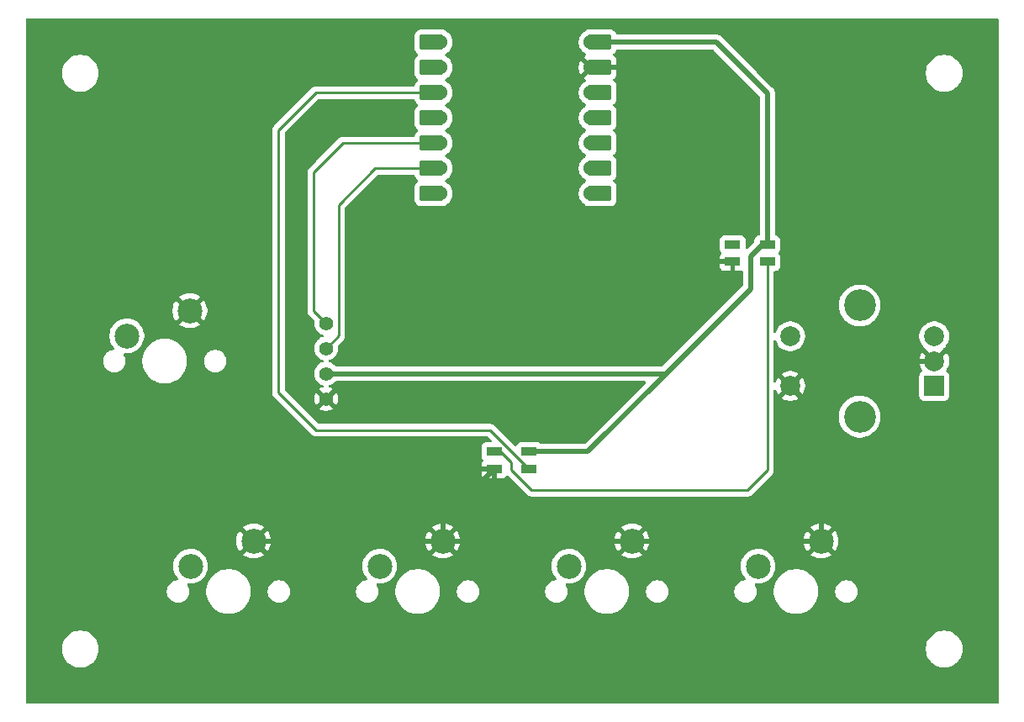
<source format=gtl>
%TF.GenerationSoftware,KiCad,Pcbnew,9.0.7*%
%TF.CreationDate,2026-01-03T15:51:29+01:00*%
%TF.ProjectId,Hackpad,4861636b-7061-4642-9e6b-696361645f70,rev?*%
%TF.SameCoordinates,Original*%
%TF.FileFunction,Copper,L1,Top*%
%TF.FilePolarity,Positive*%
%FSLAX46Y46*%
G04 Gerber Fmt 4.6, Leading zero omitted, Abs format (unit mm)*
G04 Created by KiCad (PCBNEW 9.0.7) date 2026-01-03 15:51:29*
%MOMM*%
%LPD*%
G01*
G04 APERTURE LIST*
G04 Aperture macros list*
%AMRoundRect*
0 Rectangle with rounded corners*
0 $1 Rounding radius*
0 $2 $3 $4 $5 $6 $7 $8 $9 X,Y pos of 4 corners*
0 Add a 4 corners polygon primitive as box body*
4,1,4,$2,$3,$4,$5,$6,$7,$8,$9,$2,$3,0*
0 Add four circle primitives for the rounded corners*
1,1,$1+$1,$2,$3*
1,1,$1+$1,$4,$5*
1,1,$1+$1,$6,$7*
1,1,$1+$1,$8,$9*
0 Add four rect primitives between the rounded corners*
20,1,$1+$1,$2,$3,$4,$5,0*
20,1,$1+$1,$4,$5,$6,$7,0*
20,1,$1+$1,$6,$7,$8,$9,0*
20,1,$1+$1,$8,$9,$2,$3,0*%
G04 Aperture macros list end*
%TA.AperFunction,ComponentPad*%
%ADD10C,1.400000*%
%TD*%
%TA.AperFunction,ComponentPad*%
%ADD11C,2.500000*%
%TD*%
%TA.AperFunction,ComponentPad*%
%ADD12R,2.000000X2.000000*%
%TD*%
%TA.AperFunction,ComponentPad*%
%ADD13C,2.000000*%
%TD*%
%TA.AperFunction,ComponentPad*%
%ADD14C,3.200000*%
%TD*%
%TA.AperFunction,SMDPad,CuDef*%
%ADD15R,1.600000X0.850000*%
%TD*%
%TA.AperFunction,SMDPad,CuDef*%
%ADD16RoundRect,0.152400X1.063600X0.609600X-1.063600X0.609600X-1.063600X-0.609600X1.063600X-0.609600X0*%
%TD*%
%TA.AperFunction,ComponentPad*%
%ADD17C,1.524000*%
%TD*%
%TA.AperFunction,SMDPad,CuDef*%
%ADD18RoundRect,0.152400X-1.063600X-0.609600X1.063600X-0.609600X1.063600X0.609600X-1.063600X0.609600X0*%
%TD*%
%TA.AperFunction,Conductor*%
%ADD19C,0.508000*%
%TD*%
%TA.AperFunction,Conductor*%
%ADD20C,0.254000*%
%TD*%
G04 APERTURE END LIST*
D10*
%TO.P,OL1,1,SDA*%
%TO.N,Net-(OL1-SDA)*%
X95750000Y-99190000D03*
%TO.P,OL1,2,SCL*%
%TO.N,Net-(OL1-SCL)*%
X95750000Y-101730000D03*
%TO.P,OL1,3,VCC*%
%TO.N,+5V*%
X95750000Y-104270000D03*
%TO.P,OL1,4,GND*%
%TO.N,GND*%
X95750000Y-106810000D03*
%TD*%
D11*
%TO.P,SW2,1,1*%
%TO.N,Net-(U1-GPIO4{slash}MISO)*%
X101165000Y-123666250D03*
%TO.P,SW2,2,2*%
%TO.N,GND*%
X107515000Y-121126250D03*
%TD*%
%TO.P,SW1,1,1*%
%TO.N,Net-(U1-GPIO29{slash}ADC3{slash}A3)*%
X82115000Y-123666250D03*
%TO.P,SW1,2,2*%
%TO.N,GND*%
X88465000Y-121126250D03*
%TD*%
D12*
%TO.P,SW6,A,A*%
%TO.N,Net-(U1-GPIO27{slash}ADC1{slash}A1)*%
X157000000Y-105500000D03*
D13*
%TO.P,SW6,B,B*%
%TO.N,Net-(U1-GPIO26{slash}ADC0{slash}A0)*%
X157000000Y-100500000D03*
%TO.P,SW6,C,C*%
%TO.N,GND*%
X157000000Y-103000000D03*
D14*
%TO.P,SW6,MP,MP*%
%TO.N,unconnected-(SW6-PadMP)*%
X149500000Y-108600000D03*
X149500000Y-97400000D03*
D13*
%TO.P,SW6,S1,S1*%
%TO.N,Net-(U1-GPIO3{slash}MOSI)*%
X142500000Y-100500000D03*
%TO.P,SW6,S2,S2*%
%TO.N,GND*%
X142500000Y-105500000D03*
%TD*%
D15*
%TO.P,D1,1,DOUT*%
%TO.N,Net-(D1-DOUT)*%
X112700000Y-112125000D03*
%TO.P,D1,2,VSS*%
%TO.N,GND*%
X112700000Y-113875000D03*
%TO.P,D1,3,DIN*%
%TO.N,Net-(D1-DIN)*%
X116200000Y-113875000D03*
%TO.P,D1,4,VDD*%
%TO.N,+5V*%
X116200000Y-112125000D03*
%TD*%
D16*
%TO.P,U1,1,GPIO26/ADC0/A0*%
%TO.N,Net-(U1-GPIO26{slash}ADC0{slash}A0)*%
X106385000Y-70880000D03*
D17*
X107220000Y-70880000D03*
D16*
%TO.P,U1,2,GPIO27/ADC1/A1*%
%TO.N,Net-(U1-GPIO27{slash}ADC1{slash}A1)*%
X106385000Y-73420000D03*
D17*
X107220000Y-73420000D03*
D16*
%TO.P,U1,3,GPIO28/ADC2/A2*%
%TO.N,Net-(D1-DIN)*%
X106385000Y-75960000D03*
D17*
X107220000Y-75960000D03*
D16*
%TO.P,U1,4,GPIO29/ADC3/A3*%
%TO.N,Net-(U1-GPIO29{slash}ADC3{slash}A3)*%
X106385000Y-78500000D03*
D17*
X107220000Y-78500000D03*
D16*
%TO.P,U1,5,GPIO6/SDA*%
%TO.N,Net-(OL1-SDA)*%
X106385000Y-81040000D03*
D17*
X107220000Y-81040000D03*
D16*
%TO.P,U1,6,GPIO7/SCL*%
%TO.N,Net-(OL1-SCL)*%
X106385000Y-83580000D03*
D17*
X107220000Y-83580000D03*
D16*
%TO.P,U1,7,GPIO0/TX*%
%TO.N,Net-(U1-GPIO0{slash}TX)*%
X106385000Y-86120000D03*
D17*
X107220000Y-86120000D03*
%TO.P,U1,8,GPIO1/RX*%
%TO.N,Net-(U1-GPIO1{slash}RX)*%
X122460000Y-86120000D03*
D18*
X123295000Y-86120000D03*
D17*
%TO.P,U1,9,GPIO2/SCK*%
%TO.N,Net-(U1-GPIO2{slash}SCK)*%
X122460000Y-83580000D03*
D18*
X123295000Y-83580000D03*
D17*
%TO.P,U1,10,GPIO4/MISO*%
%TO.N,Net-(U1-GPIO4{slash}MISO)*%
X122460000Y-81040000D03*
D18*
X123295000Y-81040000D03*
D17*
%TO.P,U1,11,GPIO3/MOSI*%
%TO.N,Net-(U1-GPIO3{slash}MOSI)*%
X122460000Y-78500000D03*
D18*
X123295000Y-78500000D03*
D17*
%TO.P,U1,12,3V3*%
%TO.N,unconnected-(U1-3V3-Pad12)*%
X122460000Y-75960000D03*
D18*
X123295000Y-75960000D03*
D17*
%TO.P,U1,13,GND*%
%TO.N,GND*%
X122460000Y-73420000D03*
D18*
X123295000Y-73420000D03*
D17*
%TO.P,U1,14,VBUS*%
%TO.N,+5V*%
X122460000Y-70880000D03*
D18*
X123295000Y-70880000D03*
%TD*%
D15*
%TO.P,D2,1,DOUT*%
%TO.N,unconnected-(D2-DOUT-Pad1)*%
X136700000Y-91250000D03*
%TO.P,D2,2,VSS*%
%TO.N,GND*%
X136700000Y-93000000D03*
%TO.P,D2,3,DIN*%
%TO.N,Net-(D1-DOUT)*%
X140200000Y-93000000D03*
%TO.P,D2,4,VDD*%
%TO.N,+5V*%
X140200000Y-91250000D03*
%TD*%
D11*
%TO.P,SW5,1,1*%
%TO.N,Net-(U1-GPIO0{slash}TX)*%
X75690000Y-100460000D03*
%TO.P,SW5,2,2*%
%TO.N,GND*%
X82040000Y-97920000D03*
%TD*%
%TO.P,SW4,1,1*%
%TO.N,Net-(U1-GPIO1{slash}RX)*%
X139265000Y-123666250D03*
%TO.P,SW4,2,2*%
%TO.N,GND*%
X145615000Y-121126250D03*
%TD*%
%TO.P,SW3,1,1*%
%TO.N,Net-(U1-GPIO2{slash}SCK)*%
X120215000Y-123666250D03*
%TO.P,SW3,2,2*%
%TO.N,GND*%
X126565000Y-121126250D03*
%TD*%
D19*
%TO.N,+5V*%
X129950000Y-104270000D02*
X138500000Y-95720000D01*
X95750000Y-104270000D02*
X129950000Y-104270000D01*
X138500000Y-92473000D02*
X138500000Y-95720000D01*
X116200000Y-112125000D02*
X122095000Y-112125000D01*
X122460000Y-70880000D02*
X135080000Y-70880000D01*
X140200000Y-76000000D02*
X140200000Y-91250000D01*
X122095000Y-112125000D02*
X129950000Y-104270000D01*
X135080000Y-70880000D02*
X140200000Y-76000000D01*
X139723000Y-91250000D02*
X138500000Y-92473000D01*
D20*
%TO.N,Net-(OL1-SDA)*%
X97460000Y-81040000D02*
X94490000Y-84010000D01*
X94490000Y-97930000D02*
X94490000Y-84010000D01*
X107220000Y-81040000D02*
X97460000Y-81040000D01*
X95750000Y-99190000D02*
X94490000Y-97930000D01*
%TO.N,Net-(OL1-SCL)*%
X97030000Y-87270000D02*
X97030000Y-100450000D01*
X95750000Y-101730000D02*
X97030000Y-100450000D01*
X100720000Y-83580000D02*
X97030000Y-87270000D01*
X107220000Y-83580000D02*
X100720000Y-83580000D01*
%TO.N,Net-(D1-DIN)*%
X94760000Y-109960000D02*
X90970000Y-106170000D01*
X116200000Y-113875000D02*
X112285000Y-109960000D01*
X94730000Y-75960000D02*
X107220000Y-75960000D01*
X90970000Y-79720000D02*
X94730000Y-75960000D01*
X112285000Y-109960000D02*
X94760000Y-109960000D01*
X90970000Y-106170000D02*
X90970000Y-79720000D01*
D19*
%TO.N,GND*%
X145000000Y-103000000D02*
X157000000Y-103000000D01*
X133490000Y-93000000D02*
X132490000Y-92000000D01*
X132490000Y-92000000D02*
X132490000Y-75290000D01*
X132490000Y-75290000D02*
X130620000Y-73420000D01*
X107515000Y-119060000D02*
X112700000Y-113875000D01*
X107515000Y-121126250D02*
X107515000Y-119060000D01*
X142500000Y-105500000D02*
X145000000Y-103000000D01*
X145615000Y-121126250D02*
X107515000Y-121126250D01*
X145615000Y-108615000D02*
X142500000Y-105500000D01*
X130620000Y-73420000D02*
X122460000Y-73420000D01*
X136700000Y-93000000D02*
X133490000Y-93000000D01*
X145615000Y-121126250D02*
X145615000Y-108615000D01*
X107515000Y-121126250D02*
X88465000Y-121126250D01*
D20*
%TO.N,Net-(D1-DOUT)*%
X116450000Y-116000000D02*
X138200000Y-116000000D01*
X140200000Y-114000000D02*
X140200000Y-93000000D01*
X114400000Y-113200000D02*
X114400000Y-113950000D01*
X113325000Y-112125000D02*
X114400000Y-113200000D01*
X114400000Y-113950000D02*
X116450000Y-116000000D01*
X138200000Y-116000000D02*
X140200000Y-114000000D01*
%TD*%
%TA.AperFunction,Conductor*%
%TO.N,GND*%
G36*
X104620641Y-76607185D02*
G01*
X104666396Y-76659989D01*
X104672678Y-76676905D01*
X104717433Y-76830954D01*
X104717435Y-76830957D01*
X104801405Y-76972943D01*
X104801412Y-76972952D01*
X104918047Y-77089587D01*
X104918050Y-77089589D01*
X104918053Y-77089592D01*
X104974996Y-77123268D01*
X105022679Y-77174338D01*
X105035182Y-77243079D01*
X105008536Y-77307669D01*
X104974996Y-77336732D01*
X104918053Y-77370408D01*
X104918047Y-77370412D01*
X104801412Y-77487047D01*
X104801405Y-77487056D01*
X104717435Y-77629042D01*
X104717434Y-77629045D01*
X104671413Y-77787447D01*
X104671412Y-77787453D01*
X104668500Y-77824458D01*
X104668500Y-79175541D01*
X104671412Y-79212546D01*
X104671413Y-79212552D01*
X104717434Y-79370954D01*
X104717435Y-79370957D01*
X104801405Y-79512943D01*
X104801412Y-79512952D01*
X104918047Y-79629587D01*
X104918050Y-79629589D01*
X104918053Y-79629592D01*
X104974996Y-79663268D01*
X105022679Y-79714338D01*
X105035182Y-79783079D01*
X105008536Y-79847669D01*
X104974996Y-79876732D01*
X104918053Y-79910408D01*
X104918047Y-79910412D01*
X104801412Y-80027047D01*
X104801405Y-80027056D01*
X104717435Y-80169042D01*
X104717433Y-80169045D01*
X104672678Y-80323095D01*
X104635072Y-80381981D01*
X104571599Y-80411187D01*
X104553602Y-80412500D01*
X97398195Y-80412500D01*
X97276970Y-80436613D01*
X97276960Y-80436616D01*
X97162773Y-80483913D01*
X97162760Y-80483920D01*
X97059992Y-80552588D01*
X97059988Y-80552591D01*
X94749486Y-82863095D01*
X94089992Y-83522589D01*
X94046289Y-83566292D01*
X94002586Y-83609994D01*
X94002585Y-83609996D01*
X93933233Y-83713789D01*
X93931586Y-83718393D01*
X93886614Y-83826964D01*
X93886612Y-83826972D01*
X93862500Y-83948192D01*
X93862500Y-97991807D01*
X93886612Y-98113027D01*
X93886615Y-98113039D01*
X93907410Y-98163241D01*
X93933916Y-98227231D01*
X93933918Y-98227235D01*
X93965369Y-98274306D01*
X93965373Y-98274310D01*
X93977778Y-98292876D01*
X94002587Y-98330006D01*
X94002591Y-98330011D01*
X94534712Y-98862131D01*
X94568197Y-98923454D01*
X94569504Y-98969209D01*
X94549500Y-99095512D01*
X94549500Y-99284486D01*
X94579059Y-99471118D01*
X94637454Y-99650836D01*
X94723240Y-99819199D01*
X94834310Y-99972073D01*
X94967927Y-100105690D01*
X95120801Y-100216760D01*
X95200347Y-100257290D01*
X95289163Y-100302545D01*
X95289165Y-100302545D01*
X95289168Y-100302547D01*
X95378734Y-100331649D01*
X95410803Y-100342069D01*
X95468478Y-100381507D01*
X95495676Y-100445866D01*
X95483761Y-100514712D01*
X95436516Y-100566188D01*
X95410803Y-100577931D01*
X95289163Y-100617454D01*
X95120800Y-100703240D01*
X95060250Y-100747233D01*
X94967927Y-100814310D01*
X94967925Y-100814312D01*
X94967924Y-100814312D01*
X94834312Y-100947924D01*
X94834312Y-100947925D01*
X94834310Y-100947927D01*
X94813000Y-100977258D01*
X94723240Y-101100800D01*
X94637454Y-101269163D01*
X94579059Y-101448881D01*
X94549500Y-101635513D01*
X94549500Y-101824486D01*
X94579059Y-102011118D01*
X94637454Y-102190836D01*
X94680363Y-102275048D01*
X94723240Y-102359199D01*
X94834310Y-102512073D01*
X94967927Y-102645690D01*
X95120801Y-102756760D01*
X95200347Y-102797290D01*
X95289163Y-102842545D01*
X95289165Y-102842545D01*
X95289168Y-102842547D01*
X95366990Y-102867833D01*
X95410803Y-102882069D01*
X95468478Y-102921507D01*
X95495676Y-102985866D01*
X95483761Y-103054712D01*
X95436516Y-103106188D01*
X95410803Y-103117931D01*
X95289163Y-103157454D01*
X95120800Y-103243240D01*
X95033579Y-103306610D01*
X94967927Y-103354310D01*
X94967925Y-103354312D01*
X94967924Y-103354312D01*
X94834312Y-103487924D01*
X94834312Y-103487925D01*
X94834310Y-103487927D01*
X94816336Y-103512666D01*
X94723240Y-103640800D01*
X94637454Y-103809163D01*
X94579059Y-103988881D01*
X94549500Y-104175513D01*
X94549500Y-104364486D01*
X94579059Y-104551118D01*
X94637454Y-104730836D01*
X94706458Y-104866263D01*
X94723240Y-104899199D01*
X94834310Y-105052073D01*
X94967927Y-105185690D01*
X95120801Y-105296760D01*
X95289168Y-105382547D01*
X95411612Y-105422331D01*
X95469287Y-105461769D01*
X95496485Y-105526127D01*
X95484570Y-105594974D01*
X95437326Y-105646449D01*
X95411612Y-105658193D01*
X95289361Y-105697915D01*
X95121060Y-105783669D01*
X95095670Y-105802116D01*
X95095669Y-105802116D01*
X95620591Y-106327037D01*
X95557007Y-106344075D01*
X95442993Y-106409901D01*
X95349901Y-106502993D01*
X95284075Y-106617007D01*
X95267037Y-106680590D01*
X94742116Y-106155669D01*
X94742116Y-106155670D01*
X94723669Y-106181060D01*
X94637914Y-106349362D01*
X94579548Y-106528997D01*
X94550000Y-106715552D01*
X94550000Y-106904447D01*
X94579548Y-107091002D01*
X94637914Y-107270637D01*
X94723666Y-107438933D01*
X94742116Y-107464328D01*
X95267037Y-106939408D01*
X95284075Y-107002993D01*
X95349901Y-107117007D01*
X95442993Y-107210099D01*
X95557007Y-107275925D01*
X95620590Y-107292962D01*
X95095669Y-107817882D01*
X95095670Y-107817883D01*
X95121059Y-107836329D01*
X95289362Y-107922085D01*
X95468997Y-107980451D01*
X95655553Y-108010000D01*
X95844447Y-108010000D01*
X96031002Y-107980451D01*
X96210637Y-107922085D01*
X96378937Y-107836331D01*
X96404328Y-107817883D01*
X96404328Y-107817882D01*
X95879409Y-107292962D01*
X95942993Y-107275925D01*
X96057007Y-107210099D01*
X96150099Y-107117007D01*
X96215925Y-107002993D01*
X96232962Y-106939408D01*
X96757882Y-107464328D01*
X96757883Y-107464328D01*
X96776331Y-107438937D01*
X96862085Y-107270637D01*
X96920451Y-107091002D01*
X96950000Y-106904447D01*
X96950000Y-106715552D01*
X96920451Y-106528997D01*
X96862085Y-106349362D01*
X96776329Y-106181059D01*
X96757883Y-106155670D01*
X96757882Y-106155669D01*
X96232962Y-106680590D01*
X96215925Y-106617007D01*
X96150099Y-106502993D01*
X96057007Y-106409901D01*
X95942993Y-106344075D01*
X95879409Y-106327037D01*
X96404328Y-105802116D01*
X96378933Y-105783666D01*
X96210637Y-105697914D01*
X96088388Y-105658193D01*
X96030712Y-105618755D01*
X96003514Y-105554397D01*
X96015429Y-105485550D01*
X96062673Y-105434075D01*
X96088382Y-105422333D01*
X96210832Y-105382547D01*
X96379199Y-105296760D01*
X96532073Y-105185690D01*
X96656944Y-105060819D01*
X96718267Y-105027334D01*
X96744625Y-105024500D01*
X127829114Y-105024500D01*
X127896153Y-105044185D01*
X127941908Y-105096989D01*
X127951852Y-105166147D01*
X127922827Y-105229703D01*
X127916795Y-105236181D01*
X121818794Y-111334181D01*
X121757471Y-111367666D01*
X121731113Y-111370500D01*
X117436283Y-111370500D01*
X117369244Y-111350815D01*
X117361972Y-111345767D01*
X117242331Y-111256204D01*
X117242328Y-111256202D01*
X117107482Y-111205908D01*
X117107483Y-111205908D01*
X117047883Y-111199501D01*
X117047881Y-111199500D01*
X117047873Y-111199500D01*
X117047864Y-111199500D01*
X115352129Y-111199500D01*
X115352123Y-111199501D01*
X115292516Y-111205908D01*
X115157671Y-111256202D01*
X115157664Y-111256206D01*
X115042455Y-111342452D01*
X115042452Y-111342455D01*
X114956206Y-111457664D01*
X114956201Y-111457674D01*
X114945905Y-111485278D01*
X114904033Y-111541211D01*
X114838568Y-111565627D01*
X114770295Y-111550774D01*
X114742043Y-111529624D01*
X112685011Y-109472591D01*
X112685007Y-109472588D01*
X112582239Y-109403920D01*
X112582226Y-109403913D01*
X112548785Y-109390062D01*
X112468035Y-109356614D01*
X112468027Y-109356612D01*
X112346807Y-109332500D01*
X112346803Y-109332500D01*
X95071281Y-109332500D01*
X95004242Y-109312815D01*
X94983600Y-109296181D01*
X91633819Y-105946400D01*
X91600334Y-105885077D01*
X91597500Y-105858719D01*
X91597500Y-80031281D01*
X91617185Y-79964242D01*
X91633819Y-79943600D01*
X94953600Y-76623819D01*
X95014923Y-76590334D01*
X95041281Y-76587500D01*
X104553602Y-76587500D01*
X104620641Y-76607185D01*
G37*
%TD.AperFunction*%
%TA.AperFunction,Conductor*%
G36*
X163442539Y-68520185D02*
G01*
X163488294Y-68572989D01*
X163499500Y-68624500D01*
X163499500Y-137375500D01*
X163479815Y-137442539D01*
X163427011Y-137488294D01*
X163375500Y-137499500D01*
X65624500Y-137499500D01*
X65557461Y-137479815D01*
X65511706Y-137427011D01*
X65500500Y-137375500D01*
X65500500Y-131878711D01*
X69149500Y-131878711D01*
X69149500Y-132121288D01*
X69181161Y-132361785D01*
X69243947Y-132596104D01*
X69336773Y-132820205D01*
X69336776Y-132820212D01*
X69458064Y-133030289D01*
X69458066Y-133030292D01*
X69458067Y-133030293D01*
X69605733Y-133222736D01*
X69605739Y-133222743D01*
X69777256Y-133394260D01*
X69777262Y-133394265D01*
X69969711Y-133541936D01*
X70179788Y-133663224D01*
X70403900Y-133756054D01*
X70638211Y-133818838D01*
X70818586Y-133842584D01*
X70878711Y-133850500D01*
X70878712Y-133850500D01*
X71121289Y-133850500D01*
X71169388Y-133844167D01*
X71361789Y-133818838D01*
X71596100Y-133756054D01*
X71820212Y-133663224D01*
X72030289Y-133541936D01*
X72222738Y-133394265D01*
X72394265Y-133222738D01*
X72541936Y-133030289D01*
X72663224Y-132820212D01*
X72756054Y-132596100D01*
X72818838Y-132361789D01*
X72850500Y-132121288D01*
X72850500Y-131878712D01*
X72850500Y-131878711D01*
X156149500Y-131878711D01*
X156149500Y-132121288D01*
X156181161Y-132361785D01*
X156243947Y-132596104D01*
X156336773Y-132820205D01*
X156336776Y-132820212D01*
X156458064Y-133030289D01*
X156458066Y-133030292D01*
X156458067Y-133030293D01*
X156605733Y-133222736D01*
X156605739Y-133222743D01*
X156777256Y-133394260D01*
X156777262Y-133394265D01*
X156969711Y-133541936D01*
X157179788Y-133663224D01*
X157403900Y-133756054D01*
X157638211Y-133818838D01*
X157818586Y-133842584D01*
X157878711Y-133850500D01*
X157878712Y-133850500D01*
X158121289Y-133850500D01*
X158169388Y-133844167D01*
X158361789Y-133818838D01*
X158596100Y-133756054D01*
X158820212Y-133663224D01*
X159030289Y-133541936D01*
X159222738Y-133394265D01*
X159394265Y-133222738D01*
X159541936Y-133030289D01*
X159663224Y-132820212D01*
X159756054Y-132596100D01*
X159818838Y-132361789D01*
X159850500Y-132121288D01*
X159850500Y-131878712D01*
X159818838Y-131638211D01*
X159756054Y-131403900D01*
X159663224Y-131179788D01*
X159541936Y-130969711D01*
X159394265Y-130777262D01*
X159394260Y-130777256D01*
X159222743Y-130605739D01*
X159222736Y-130605733D01*
X159030293Y-130458067D01*
X159030292Y-130458066D01*
X159030289Y-130458064D01*
X158820212Y-130336776D01*
X158820205Y-130336773D01*
X158596104Y-130243947D01*
X158361785Y-130181161D01*
X158121289Y-130149500D01*
X158121288Y-130149500D01*
X157878712Y-130149500D01*
X157878711Y-130149500D01*
X157638214Y-130181161D01*
X157403895Y-130243947D01*
X157179794Y-130336773D01*
X157179785Y-130336777D01*
X156969706Y-130458067D01*
X156777263Y-130605733D01*
X156777256Y-130605739D01*
X156605739Y-130777256D01*
X156605733Y-130777263D01*
X156458067Y-130969706D01*
X156336777Y-131179785D01*
X156336773Y-131179794D01*
X156243947Y-131403895D01*
X156181161Y-131638214D01*
X156149500Y-131878711D01*
X72850500Y-131878711D01*
X72818838Y-131638211D01*
X72756054Y-131403900D01*
X72663224Y-131179788D01*
X72541936Y-130969711D01*
X72394265Y-130777262D01*
X72394260Y-130777256D01*
X72222743Y-130605739D01*
X72222736Y-130605733D01*
X72030293Y-130458067D01*
X72030292Y-130458066D01*
X72030289Y-130458064D01*
X71820212Y-130336776D01*
X71820205Y-130336773D01*
X71596104Y-130243947D01*
X71361785Y-130181161D01*
X71121289Y-130149500D01*
X71121288Y-130149500D01*
X70878712Y-130149500D01*
X70878711Y-130149500D01*
X70638214Y-130181161D01*
X70403895Y-130243947D01*
X70179794Y-130336773D01*
X70179785Y-130336777D01*
X69969706Y-130458067D01*
X69777263Y-130605733D01*
X69777256Y-130605739D01*
X69605739Y-130777256D01*
X69605733Y-130777263D01*
X69458067Y-130969706D01*
X69336777Y-131179785D01*
X69336773Y-131179794D01*
X69243947Y-131403895D01*
X69181161Y-131638214D01*
X69149500Y-131878711D01*
X65500500Y-131878711D01*
X65500500Y-126117671D01*
X79719500Y-126117671D01*
X79719500Y-126294828D01*
X79747214Y-126469806D01*
X79801956Y-126638289D01*
X79801957Y-126638292D01*
X79882386Y-126796140D01*
X79986517Y-126939464D01*
X80111786Y-127064733D01*
X80255110Y-127168864D01*
X80323577Y-127203750D01*
X80412957Y-127249292D01*
X80412960Y-127249293D01*
X80497201Y-127276664D01*
X80581445Y-127304036D01*
X80756421Y-127331750D01*
X80756422Y-127331750D01*
X80933578Y-127331750D01*
X80933579Y-127331750D01*
X81108555Y-127304036D01*
X81277042Y-127249292D01*
X81434890Y-127168864D01*
X81578214Y-127064733D01*
X81703483Y-126939464D01*
X81807614Y-126796140D01*
X81888042Y-126638292D01*
X81942786Y-126469805D01*
X81970500Y-126294829D01*
X81970500Y-126117671D01*
X81961165Y-126058736D01*
X83674500Y-126058736D01*
X83674500Y-126353763D01*
X83689778Y-126469805D01*
X83713007Y-126646243D01*
X83789361Y-126931201D01*
X83789364Y-126931211D01*
X83902254Y-127203750D01*
X83902258Y-127203760D01*
X84049761Y-127459243D01*
X84229352Y-127693290D01*
X84229358Y-127693297D01*
X84437952Y-127901891D01*
X84437959Y-127901897D01*
X84672006Y-128081488D01*
X84927489Y-128228991D01*
X84927490Y-128228991D01*
X84927493Y-128228993D01*
X85200048Y-128341889D01*
X85485007Y-128418243D01*
X85777494Y-128456750D01*
X85777501Y-128456750D01*
X86072499Y-128456750D01*
X86072506Y-128456750D01*
X86364993Y-128418243D01*
X86649952Y-128341889D01*
X86922507Y-128228993D01*
X87177994Y-128081488D01*
X87412042Y-127901896D01*
X87620646Y-127693292D01*
X87800238Y-127459244D01*
X87947743Y-127203757D01*
X88060639Y-126931202D01*
X88136993Y-126646243D01*
X88175500Y-126353756D01*
X88175500Y-126117671D01*
X89879500Y-126117671D01*
X89879500Y-126294828D01*
X89907214Y-126469806D01*
X89961956Y-126638289D01*
X89961957Y-126638292D01*
X90042386Y-126796140D01*
X90146517Y-126939464D01*
X90271786Y-127064733D01*
X90415110Y-127168864D01*
X90483577Y-127203750D01*
X90572957Y-127249292D01*
X90572960Y-127249293D01*
X90657201Y-127276664D01*
X90741445Y-127304036D01*
X90916421Y-127331750D01*
X90916422Y-127331750D01*
X91093578Y-127331750D01*
X91093579Y-127331750D01*
X91268555Y-127304036D01*
X91437042Y-127249292D01*
X91594890Y-127168864D01*
X91738214Y-127064733D01*
X91863483Y-126939464D01*
X91967614Y-126796140D01*
X92048042Y-126638292D01*
X92102786Y-126469805D01*
X92130500Y-126294829D01*
X92130500Y-126117671D01*
X98769500Y-126117671D01*
X98769500Y-126294828D01*
X98797214Y-126469806D01*
X98851956Y-126638289D01*
X98851957Y-126638292D01*
X98932386Y-126796140D01*
X99036517Y-126939464D01*
X99161786Y-127064733D01*
X99305110Y-127168864D01*
X99373577Y-127203750D01*
X99462957Y-127249292D01*
X99462960Y-127249293D01*
X99547201Y-127276664D01*
X99631445Y-127304036D01*
X99806421Y-127331750D01*
X99806422Y-127331750D01*
X99983578Y-127331750D01*
X99983579Y-127331750D01*
X100158555Y-127304036D01*
X100327042Y-127249292D01*
X100484890Y-127168864D01*
X100628214Y-127064733D01*
X100753483Y-126939464D01*
X100857614Y-126796140D01*
X100938042Y-126638292D01*
X100992786Y-126469805D01*
X101020500Y-126294829D01*
X101020500Y-126117671D01*
X101011165Y-126058736D01*
X102724500Y-126058736D01*
X102724500Y-126353763D01*
X102739778Y-126469805D01*
X102763007Y-126646243D01*
X102839361Y-126931201D01*
X102839364Y-126931211D01*
X102952254Y-127203750D01*
X102952258Y-127203760D01*
X103099761Y-127459243D01*
X103279352Y-127693290D01*
X103279358Y-127693297D01*
X103487952Y-127901891D01*
X103487959Y-127901897D01*
X103722006Y-128081488D01*
X103977489Y-128228991D01*
X103977490Y-128228991D01*
X103977493Y-128228993D01*
X104250048Y-128341889D01*
X104535007Y-128418243D01*
X104827494Y-128456750D01*
X104827501Y-128456750D01*
X105122499Y-128456750D01*
X105122506Y-128456750D01*
X105414993Y-128418243D01*
X105699952Y-128341889D01*
X105972507Y-128228993D01*
X106227994Y-128081488D01*
X106462042Y-127901896D01*
X106670646Y-127693292D01*
X106850238Y-127459244D01*
X106997743Y-127203757D01*
X107110639Y-126931202D01*
X107186993Y-126646243D01*
X107225500Y-126353756D01*
X107225500Y-126117671D01*
X108929500Y-126117671D01*
X108929500Y-126294828D01*
X108957214Y-126469806D01*
X109011956Y-126638289D01*
X109011957Y-126638292D01*
X109092386Y-126796140D01*
X109196517Y-126939464D01*
X109321786Y-127064733D01*
X109465110Y-127168864D01*
X109533577Y-127203750D01*
X109622957Y-127249292D01*
X109622960Y-127249293D01*
X109707201Y-127276664D01*
X109791445Y-127304036D01*
X109966421Y-127331750D01*
X109966422Y-127331750D01*
X110143578Y-127331750D01*
X110143579Y-127331750D01*
X110318555Y-127304036D01*
X110487042Y-127249292D01*
X110644890Y-127168864D01*
X110788214Y-127064733D01*
X110913483Y-126939464D01*
X111017614Y-126796140D01*
X111098042Y-126638292D01*
X111152786Y-126469805D01*
X111180500Y-126294829D01*
X111180500Y-126117671D01*
X117819500Y-126117671D01*
X117819500Y-126294828D01*
X117847214Y-126469806D01*
X117901956Y-126638289D01*
X117901957Y-126638292D01*
X117982386Y-126796140D01*
X118086517Y-126939464D01*
X118211786Y-127064733D01*
X118355110Y-127168864D01*
X118423577Y-127203750D01*
X118512957Y-127249292D01*
X118512960Y-127249293D01*
X118597201Y-127276664D01*
X118681445Y-127304036D01*
X118856421Y-127331750D01*
X118856422Y-127331750D01*
X119033578Y-127331750D01*
X119033579Y-127331750D01*
X119208555Y-127304036D01*
X119377042Y-127249292D01*
X119534890Y-127168864D01*
X119678214Y-127064733D01*
X119803483Y-126939464D01*
X119907614Y-126796140D01*
X119988042Y-126638292D01*
X120042786Y-126469805D01*
X120070500Y-126294829D01*
X120070500Y-126117671D01*
X120061165Y-126058736D01*
X121774500Y-126058736D01*
X121774500Y-126353763D01*
X121789778Y-126469805D01*
X121813007Y-126646243D01*
X121889361Y-126931201D01*
X121889364Y-126931211D01*
X122002254Y-127203750D01*
X122002258Y-127203760D01*
X122149761Y-127459243D01*
X122329352Y-127693290D01*
X122329358Y-127693297D01*
X122537952Y-127901891D01*
X122537959Y-127901897D01*
X122772006Y-128081488D01*
X123027489Y-128228991D01*
X123027490Y-128228991D01*
X123027493Y-128228993D01*
X123300048Y-128341889D01*
X123585007Y-128418243D01*
X123877494Y-128456750D01*
X123877501Y-128456750D01*
X124172499Y-128456750D01*
X124172506Y-128456750D01*
X124464993Y-128418243D01*
X124749952Y-128341889D01*
X125022507Y-128228993D01*
X125277994Y-128081488D01*
X125512042Y-127901896D01*
X125720646Y-127693292D01*
X125900238Y-127459244D01*
X126047743Y-127203757D01*
X126160639Y-126931202D01*
X126236993Y-126646243D01*
X126275500Y-126353756D01*
X126275500Y-126117671D01*
X127979500Y-126117671D01*
X127979500Y-126294828D01*
X128007214Y-126469806D01*
X128061956Y-126638289D01*
X128061957Y-126638292D01*
X128142386Y-126796140D01*
X128246517Y-126939464D01*
X128371786Y-127064733D01*
X128515110Y-127168864D01*
X128583577Y-127203750D01*
X128672957Y-127249292D01*
X128672960Y-127249293D01*
X128757201Y-127276664D01*
X128841445Y-127304036D01*
X129016421Y-127331750D01*
X129016422Y-127331750D01*
X129193578Y-127331750D01*
X129193579Y-127331750D01*
X129368555Y-127304036D01*
X129537042Y-127249292D01*
X129694890Y-127168864D01*
X129838214Y-127064733D01*
X129963483Y-126939464D01*
X130067614Y-126796140D01*
X130148042Y-126638292D01*
X130202786Y-126469805D01*
X130230500Y-126294829D01*
X130230500Y-126117671D01*
X136869500Y-126117671D01*
X136869500Y-126294828D01*
X136897214Y-126469806D01*
X136951956Y-126638289D01*
X136951957Y-126638292D01*
X137032386Y-126796140D01*
X137136517Y-126939464D01*
X137261786Y-127064733D01*
X137405110Y-127168864D01*
X137473577Y-127203750D01*
X137562957Y-127249292D01*
X137562960Y-127249293D01*
X137647201Y-127276664D01*
X137731445Y-127304036D01*
X137906421Y-127331750D01*
X137906422Y-127331750D01*
X138083578Y-127331750D01*
X138083579Y-127331750D01*
X138258555Y-127304036D01*
X138427042Y-127249292D01*
X138584890Y-127168864D01*
X138728214Y-127064733D01*
X138853483Y-126939464D01*
X138957614Y-126796140D01*
X139038042Y-126638292D01*
X139092786Y-126469805D01*
X139120500Y-126294829D01*
X139120500Y-126117671D01*
X139111165Y-126058736D01*
X140824500Y-126058736D01*
X140824500Y-126353763D01*
X140839778Y-126469805D01*
X140863007Y-126646243D01*
X140939361Y-126931201D01*
X140939364Y-126931211D01*
X141052254Y-127203750D01*
X141052258Y-127203760D01*
X141199761Y-127459243D01*
X141379352Y-127693290D01*
X141379358Y-127693297D01*
X141587952Y-127901891D01*
X141587959Y-127901897D01*
X141822006Y-128081488D01*
X142077489Y-128228991D01*
X142077490Y-128228991D01*
X142077493Y-128228993D01*
X142350048Y-128341889D01*
X142635007Y-128418243D01*
X142927494Y-128456750D01*
X142927501Y-128456750D01*
X143222499Y-128456750D01*
X143222506Y-128456750D01*
X143514993Y-128418243D01*
X143799952Y-128341889D01*
X144072507Y-128228993D01*
X144327994Y-128081488D01*
X144562042Y-127901896D01*
X144770646Y-127693292D01*
X144950238Y-127459244D01*
X145097743Y-127203757D01*
X145210639Y-126931202D01*
X145286993Y-126646243D01*
X145325500Y-126353756D01*
X145325500Y-126117671D01*
X147029500Y-126117671D01*
X147029500Y-126294828D01*
X147057214Y-126469806D01*
X147111956Y-126638289D01*
X147111957Y-126638292D01*
X147192386Y-126796140D01*
X147296517Y-126939464D01*
X147421786Y-127064733D01*
X147565110Y-127168864D01*
X147633577Y-127203750D01*
X147722957Y-127249292D01*
X147722960Y-127249293D01*
X147807201Y-127276664D01*
X147891445Y-127304036D01*
X148066421Y-127331750D01*
X148066422Y-127331750D01*
X148243578Y-127331750D01*
X148243579Y-127331750D01*
X148418555Y-127304036D01*
X148587042Y-127249292D01*
X148744890Y-127168864D01*
X148888214Y-127064733D01*
X149013483Y-126939464D01*
X149117614Y-126796140D01*
X149198042Y-126638292D01*
X149252786Y-126469805D01*
X149280500Y-126294829D01*
X149280500Y-126117671D01*
X149252786Y-125942695D01*
X149198042Y-125774208D01*
X149198042Y-125774207D01*
X149117613Y-125616359D01*
X149106518Y-125601088D01*
X149013483Y-125473036D01*
X148888214Y-125347767D01*
X148744890Y-125243636D01*
X148736953Y-125239592D01*
X148587042Y-125163207D01*
X148587039Y-125163206D01*
X148418556Y-125108464D01*
X148331067Y-125094607D01*
X148243579Y-125080750D01*
X148066421Y-125080750D01*
X148008095Y-125089988D01*
X147891443Y-125108464D01*
X147722960Y-125163206D01*
X147722957Y-125163207D01*
X147565109Y-125243636D01*
X147483338Y-125303046D01*
X147421786Y-125347767D01*
X147421784Y-125347769D01*
X147421783Y-125347769D01*
X147296519Y-125473033D01*
X147296519Y-125473034D01*
X147296517Y-125473036D01*
X147251796Y-125534588D01*
X147192386Y-125616359D01*
X147111957Y-125774207D01*
X147111956Y-125774210D01*
X147057214Y-125942693D01*
X147029500Y-126117671D01*
X145325500Y-126117671D01*
X145325500Y-126058744D01*
X145286993Y-125766257D01*
X145210639Y-125481298D01*
X145097743Y-125208743D01*
X145071453Y-125163208D01*
X144950238Y-124953256D01*
X144770647Y-124719209D01*
X144770641Y-124719202D01*
X144562047Y-124510608D01*
X144562040Y-124510602D01*
X144327993Y-124331011D01*
X144072510Y-124183508D01*
X144072500Y-124183504D01*
X143799961Y-124070614D01*
X143799954Y-124070612D01*
X143799952Y-124070611D01*
X143514993Y-123994257D01*
X143466113Y-123987821D01*
X143222513Y-123955750D01*
X143222506Y-123955750D01*
X142927494Y-123955750D01*
X142927486Y-123955750D01*
X142649085Y-123992403D01*
X142635007Y-123994257D01*
X142350048Y-124070611D01*
X142350038Y-124070614D01*
X142077499Y-124183504D01*
X142077489Y-124183508D01*
X141822006Y-124331011D01*
X141587959Y-124510602D01*
X141587952Y-124510608D01*
X141379358Y-124719202D01*
X141379352Y-124719209D01*
X141199761Y-124953256D01*
X141052258Y-125208739D01*
X141052254Y-125208749D01*
X140939364Y-125481288D01*
X140939361Y-125481298D01*
X140903172Y-125616360D01*
X140863008Y-125766254D01*
X140863006Y-125766265D01*
X140824500Y-126058736D01*
X139111165Y-126058736D01*
X139092786Y-125942695D01*
X139038042Y-125774208D01*
X139038042Y-125774207D01*
X138957613Y-125616359D01*
X138946518Y-125601088D01*
X138923038Y-125535282D01*
X138938863Y-125467228D01*
X138988968Y-125418533D01*
X139057446Y-125404657D01*
X139062977Y-125405258D01*
X139150266Y-125416750D01*
X139150273Y-125416750D01*
X139379727Y-125416750D01*
X139379734Y-125416750D01*
X139607238Y-125386798D01*
X139828887Y-125327408D01*
X140040888Y-125239594D01*
X140239612Y-125124861D01*
X140421661Y-124985169D01*
X140421665Y-124985164D01*
X140421670Y-124985161D01*
X140583911Y-124822920D01*
X140583914Y-124822915D01*
X140583919Y-124822911D01*
X140723611Y-124640862D01*
X140838344Y-124442138D01*
X140926158Y-124230137D01*
X140985548Y-124008488D01*
X141015500Y-123780984D01*
X141015500Y-123551516D01*
X140985548Y-123324012D01*
X140926158Y-123102363D01*
X140838344Y-122890362D01*
X140723611Y-122691638D01*
X140583919Y-122509589D01*
X140583918Y-122509588D01*
X140583911Y-122509580D01*
X140421670Y-122347339D01*
X140421661Y-122347331D01*
X140239617Y-122207642D01*
X140040890Y-122092907D01*
X140040876Y-122092900D01*
X139828887Y-122005092D01*
X139607238Y-121945702D01*
X139569215Y-121940696D01*
X139379741Y-121915750D01*
X139379734Y-121915750D01*
X139150266Y-121915750D01*
X139150258Y-121915750D01*
X138933715Y-121944259D01*
X138922762Y-121945702D01*
X138829076Y-121970804D01*
X138701112Y-122005092D01*
X138489123Y-122092900D01*
X138489109Y-122092907D01*
X138290382Y-122207642D01*
X138108338Y-122347331D01*
X137946081Y-122509588D01*
X137806392Y-122691632D01*
X137691657Y-122890359D01*
X137691650Y-122890373D01*
X137603842Y-123102362D01*
X137544453Y-123324009D01*
X137544451Y-123324020D01*
X137514500Y-123551508D01*
X137514500Y-123780991D01*
X137537509Y-123955750D01*
X137544452Y-124008488D01*
X137591347Y-124183504D01*
X137603842Y-124230137D01*
X137691650Y-124442126D01*
X137691657Y-124442140D01*
X137806392Y-124640867D01*
X137946081Y-124822911D01*
X137946089Y-124822920D01*
X137992238Y-124869069D01*
X138025723Y-124930392D01*
X138020739Y-125000084D01*
X137978867Y-125056017D01*
X137913403Y-125080434D01*
X137907967Y-125080628D01*
X137906423Y-125080749D01*
X137731443Y-125108464D01*
X137562960Y-125163206D01*
X137562957Y-125163207D01*
X137405109Y-125243636D01*
X137323338Y-125303046D01*
X137261786Y-125347767D01*
X137261784Y-125347769D01*
X137261783Y-125347769D01*
X137136519Y-125473033D01*
X137136519Y-125473034D01*
X137136517Y-125473036D01*
X137091796Y-125534588D01*
X137032386Y-125616359D01*
X136951957Y-125774207D01*
X136951956Y-125774210D01*
X136897214Y-125942693D01*
X136869500Y-126117671D01*
X130230500Y-126117671D01*
X130202786Y-125942695D01*
X130148042Y-125774208D01*
X130148042Y-125774207D01*
X130067613Y-125616359D01*
X130056518Y-125601088D01*
X129963483Y-125473036D01*
X129838214Y-125347767D01*
X129694890Y-125243636D01*
X129686953Y-125239592D01*
X129537042Y-125163207D01*
X129537039Y-125163206D01*
X129368556Y-125108464D01*
X129281067Y-125094607D01*
X129193579Y-125080750D01*
X129016421Y-125080750D01*
X128958095Y-125089988D01*
X128841443Y-125108464D01*
X128672960Y-125163206D01*
X128672957Y-125163207D01*
X128515109Y-125243636D01*
X128433338Y-125303046D01*
X128371786Y-125347767D01*
X128371784Y-125347769D01*
X128371783Y-125347769D01*
X128246519Y-125473033D01*
X128246519Y-125473034D01*
X128246517Y-125473036D01*
X128201796Y-125534588D01*
X128142386Y-125616359D01*
X128061957Y-125774207D01*
X128061956Y-125774210D01*
X128007214Y-125942693D01*
X127979500Y-126117671D01*
X126275500Y-126117671D01*
X126275500Y-126058744D01*
X126236993Y-125766257D01*
X126160639Y-125481298D01*
X126047743Y-125208743D01*
X126021453Y-125163208D01*
X125900238Y-124953256D01*
X125720647Y-124719209D01*
X125720641Y-124719202D01*
X125512047Y-124510608D01*
X125512040Y-124510602D01*
X125277993Y-124331011D01*
X125022510Y-124183508D01*
X125022500Y-124183504D01*
X124749961Y-124070614D01*
X124749954Y-124070612D01*
X124749952Y-124070611D01*
X124464993Y-123994257D01*
X124416113Y-123987821D01*
X124172513Y-123955750D01*
X124172506Y-123955750D01*
X123877494Y-123955750D01*
X123877486Y-123955750D01*
X123599085Y-123992403D01*
X123585007Y-123994257D01*
X123300048Y-124070611D01*
X123300038Y-124070614D01*
X123027499Y-124183504D01*
X123027489Y-124183508D01*
X122772006Y-124331011D01*
X122537959Y-124510602D01*
X122537952Y-124510608D01*
X122329358Y-124719202D01*
X122329352Y-124719209D01*
X122149761Y-124953256D01*
X122002258Y-125208739D01*
X122002254Y-125208749D01*
X121889364Y-125481288D01*
X121889361Y-125481298D01*
X121853172Y-125616360D01*
X121813008Y-125766254D01*
X121813006Y-125766265D01*
X121774500Y-126058736D01*
X120061165Y-126058736D01*
X120042786Y-125942695D01*
X119988042Y-125774208D01*
X119988042Y-125774207D01*
X119907613Y-125616359D01*
X119896518Y-125601088D01*
X119873038Y-125535282D01*
X119888863Y-125467228D01*
X119938968Y-125418533D01*
X120007446Y-125404657D01*
X120012977Y-125405258D01*
X120100266Y-125416750D01*
X120100273Y-125416750D01*
X120329727Y-125416750D01*
X120329734Y-125416750D01*
X120557238Y-125386798D01*
X120778887Y-125327408D01*
X120990888Y-125239594D01*
X121189612Y-125124861D01*
X121371661Y-124985169D01*
X121371665Y-124985164D01*
X121371670Y-124985161D01*
X121533911Y-124822920D01*
X121533914Y-124822915D01*
X121533919Y-124822911D01*
X121673611Y-124640862D01*
X121788344Y-124442138D01*
X121876158Y-124230137D01*
X121935548Y-124008488D01*
X121965500Y-123780984D01*
X121965500Y-123551516D01*
X121935548Y-123324012D01*
X121876158Y-123102363D01*
X121788344Y-122890362D01*
X121673611Y-122691638D01*
X121533919Y-122509589D01*
X121533918Y-122509588D01*
X121533911Y-122509580D01*
X121371670Y-122347339D01*
X121371661Y-122347331D01*
X121189617Y-122207642D01*
X120990890Y-122092907D01*
X120990876Y-122092900D01*
X120778887Y-122005092D01*
X120557238Y-121945702D01*
X120519215Y-121940696D01*
X120329741Y-121915750D01*
X120329734Y-121915750D01*
X120100266Y-121915750D01*
X120100258Y-121915750D01*
X119883715Y-121944259D01*
X119872762Y-121945702D01*
X119779076Y-121970804D01*
X119651112Y-122005092D01*
X119439123Y-122092900D01*
X119439109Y-122092907D01*
X119240382Y-122207642D01*
X119058338Y-122347331D01*
X118896081Y-122509588D01*
X118756392Y-122691632D01*
X118641657Y-122890359D01*
X118641650Y-122890373D01*
X118553842Y-123102362D01*
X118494453Y-123324009D01*
X118494451Y-123324020D01*
X118464500Y-123551508D01*
X118464500Y-123780991D01*
X118487509Y-123955750D01*
X118494452Y-124008488D01*
X118541347Y-124183504D01*
X118553842Y-124230137D01*
X118641650Y-124442126D01*
X118641657Y-124442140D01*
X118756392Y-124640867D01*
X118896081Y-124822911D01*
X118896089Y-124822920D01*
X118942238Y-124869069D01*
X118975723Y-124930392D01*
X118970739Y-125000084D01*
X118928867Y-125056017D01*
X118863403Y-125080434D01*
X118857967Y-125080628D01*
X118856423Y-125080749D01*
X118681443Y-125108464D01*
X118512960Y-125163206D01*
X118512957Y-125163207D01*
X118355109Y-125243636D01*
X118273338Y-125303046D01*
X118211786Y-125347767D01*
X118211784Y-125347769D01*
X118211783Y-125347769D01*
X118086519Y-125473033D01*
X118086519Y-125473034D01*
X118086517Y-125473036D01*
X118041796Y-125534588D01*
X117982386Y-125616359D01*
X117901957Y-125774207D01*
X117901956Y-125774210D01*
X117847214Y-125942693D01*
X117819500Y-126117671D01*
X111180500Y-126117671D01*
X111152786Y-125942695D01*
X111098042Y-125774208D01*
X111098042Y-125774207D01*
X111017613Y-125616359D01*
X111006518Y-125601088D01*
X110913483Y-125473036D01*
X110788214Y-125347767D01*
X110644890Y-125243636D01*
X110636953Y-125239592D01*
X110487042Y-125163207D01*
X110487039Y-125163206D01*
X110318556Y-125108464D01*
X110231067Y-125094607D01*
X110143579Y-125080750D01*
X109966421Y-125080750D01*
X109908095Y-125089988D01*
X109791443Y-125108464D01*
X109622960Y-125163206D01*
X109622957Y-125163207D01*
X109465109Y-125243636D01*
X109383338Y-125303046D01*
X109321786Y-125347767D01*
X109321784Y-125347769D01*
X109321783Y-125347769D01*
X109196519Y-125473033D01*
X109196519Y-125473034D01*
X109196517Y-125473036D01*
X109151796Y-125534588D01*
X109092386Y-125616359D01*
X109011957Y-125774207D01*
X109011956Y-125774210D01*
X108957214Y-125942693D01*
X108929500Y-126117671D01*
X107225500Y-126117671D01*
X107225500Y-126058744D01*
X107186993Y-125766257D01*
X107110639Y-125481298D01*
X106997743Y-125208743D01*
X106971453Y-125163208D01*
X106850238Y-124953256D01*
X106670647Y-124719209D01*
X106670641Y-124719202D01*
X106462047Y-124510608D01*
X106462040Y-124510602D01*
X106227993Y-124331011D01*
X105972510Y-124183508D01*
X105972500Y-124183504D01*
X105699961Y-124070614D01*
X105699954Y-124070612D01*
X105699952Y-124070611D01*
X105414993Y-123994257D01*
X105366113Y-123987821D01*
X105122513Y-123955750D01*
X105122506Y-123955750D01*
X104827494Y-123955750D01*
X104827486Y-123955750D01*
X104549085Y-123992403D01*
X104535007Y-123994257D01*
X104250048Y-124070611D01*
X104250038Y-124070614D01*
X103977499Y-124183504D01*
X103977489Y-124183508D01*
X103722006Y-124331011D01*
X103487959Y-124510602D01*
X103487952Y-124510608D01*
X103279358Y-124719202D01*
X103279352Y-124719209D01*
X103099761Y-124953256D01*
X102952258Y-125208739D01*
X102952254Y-125208749D01*
X102839364Y-125481288D01*
X102839361Y-125481298D01*
X102803172Y-125616360D01*
X102763008Y-125766254D01*
X102763006Y-125766265D01*
X102724500Y-126058736D01*
X101011165Y-126058736D01*
X100992786Y-125942695D01*
X100938042Y-125774208D01*
X100938042Y-125774207D01*
X100857613Y-125616359D01*
X100846518Y-125601088D01*
X100823038Y-125535282D01*
X100838863Y-125467228D01*
X100888968Y-125418533D01*
X100957446Y-125404657D01*
X100962977Y-125405258D01*
X101050266Y-125416750D01*
X101050273Y-125416750D01*
X101279727Y-125416750D01*
X101279734Y-125416750D01*
X101507238Y-125386798D01*
X101728887Y-125327408D01*
X101940888Y-125239594D01*
X102139612Y-125124861D01*
X102321661Y-124985169D01*
X102321665Y-124985164D01*
X102321670Y-124985161D01*
X102483911Y-124822920D01*
X102483914Y-124822915D01*
X102483919Y-124822911D01*
X102623611Y-124640862D01*
X102738344Y-124442138D01*
X102826158Y-124230137D01*
X102885548Y-124008488D01*
X102915500Y-123780984D01*
X102915500Y-123551516D01*
X102885548Y-123324012D01*
X102826158Y-123102363D01*
X102738344Y-122890362D01*
X102623611Y-122691638D01*
X102483919Y-122509589D01*
X102483918Y-122509588D01*
X102483911Y-122509580D01*
X102321670Y-122347339D01*
X102321661Y-122347331D01*
X102139617Y-122207642D01*
X101940890Y-122092907D01*
X101940876Y-122092900D01*
X101728887Y-122005092D01*
X101507238Y-121945702D01*
X101469215Y-121940696D01*
X101279741Y-121915750D01*
X101279734Y-121915750D01*
X101050266Y-121915750D01*
X101050258Y-121915750D01*
X100833715Y-121944259D01*
X100822762Y-121945702D01*
X100729076Y-121970804D01*
X100601112Y-122005092D01*
X100389123Y-122092900D01*
X100389109Y-122092907D01*
X100190382Y-122207642D01*
X100008338Y-122347331D01*
X99846081Y-122509588D01*
X99706392Y-122691632D01*
X99591657Y-122890359D01*
X99591650Y-122890373D01*
X99503842Y-123102362D01*
X99444453Y-123324009D01*
X99444451Y-123324020D01*
X99414500Y-123551508D01*
X99414500Y-123780991D01*
X99437509Y-123955750D01*
X99444452Y-124008488D01*
X99491347Y-124183504D01*
X99503842Y-124230137D01*
X99591650Y-124442126D01*
X99591657Y-124442140D01*
X99706392Y-124640867D01*
X99846081Y-124822911D01*
X99846089Y-124822920D01*
X99892238Y-124869069D01*
X99925723Y-124930392D01*
X99920739Y-125000084D01*
X99878867Y-125056017D01*
X99813403Y-125080434D01*
X99807967Y-125080628D01*
X99806423Y-125080749D01*
X99631443Y-125108464D01*
X99462960Y-125163206D01*
X99462957Y-125163207D01*
X99305109Y-125243636D01*
X99223338Y-125303046D01*
X99161786Y-125347767D01*
X99161784Y-125347769D01*
X99161783Y-125347769D01*
X99036519Y-125473033D01*
X99036519Y-125473034D01*
X99036517Y-125473036D01*
X98991796Y-125534588D01*
X98932386Y-125616359D01*
X98851957Y-125774207D01*
X98851956Y-125774210D01*
X98797214Y-125942693D01*
X98769500Y-126117671D01*
X92130500Y-126117671D01*
X92102786Y-125942695D01*
X92048042Y-125774208D01*
X92048042Y-125774207D01*
X91967613Y-125616359D01*
X91956518Y-125601088D01*
X91863483Y-125473036D01*
X91738214Y-125347767D01*
X91594890Y-125243636D01*
X91586953Y-125239592D01*
X91437042Y-125163207D01*
X91437039Y-125163206D01*
X91268556Y-125108464D01*
X91181067Y-125094607D01*
X91093579Y-125080750D01*
X90916421Y-125080750D01*
X90858095Y-125089988D01*
X90741443Y-125108464D01*
X90572960Y-125163206D01*
X90572957Y-125163207D01*
X90415109Y-125243636D01*
X90333338Y-125303046D01*
X90271786Y-125347767D01*
X90271784Y-125347769D01*
X90271783Y-125347769D01*
X90146519Y-125473033D01*
X90146519Y-125473034D01*
X90146517Y-125473036D01*
X90101796Y-125534588D01*
X90042386Y-125616359D01*
X89961957Y-125774207D01*
X89961956Y-125774210D01*
X89907214Y-125942693D01*
X89879500Y-126117671D01*
X88175500Y-126117671D01*
X88175500Y-126058744D01*
X88136993Y-125766257D01*
X88060639Y-125481298D01*
X87947743Y-125208743D01*
X87921453Y-125163208D01*
X87800238Y-124953256D01*
X87620647Y-124719209D01*
X87620641Y-124719202D01*
X87412047Y-124510608D01*
X87412040Y-124510602D01*
X87177993Y-124331011D01*
X86922510Y-124183508D01*
X86922500Y-124183504D01*
X86649961Y-124070614D01*
X86649954Y-124070612D01*
X86649952Y-124070611D01*
X86364993Y-123994257D01*
X86316113Y-123987821D01*
X86072513Y-123955750D01*
X86072506Y-123955750D01*
X85777494Y-123955750D01*
X85777486Y-123955750D01*
X85499085Y-123992403D01*
X85485007Y-123994257D01*
X85200048Y-124070611D01*
X85200038Y-124070614D01*
X84927499Y-124183504D01*
X84927489Y-124183508D01*
X84672006Y-124331011D01*
X84437959Y-124510602D01*
X84437952Y-124510608D01*
X84229358Y-124719202D01*
X84229352Y-124719209D01*
X84049761Y-124953256D01*
X83902258Y-125208739D01*
X83902254Y-125208749D01*
X83789364Y-125481288D01*
X83789361Y-125481298D01*
X83753172Y-125616360D01*
X83713008Y-125766254D01*
X83713006Y-125766265D01*
X83674500Y-126058736D01*
X81961165Y-126058736D01*
X81942786Y-125942695D01*
X81888042Y-125774208D01*
X81888042Y-125774207D01*
X81807613Y-125616359D01*
X81796518Y-125601088D01*
X81773038Y-125535282D01*
X81788863Y-125467228D01*
X81838968Y-125418533D01*
X81907446Y-125404657D01*
X81912977Y-125405258D01*
X82000266Y-125416750D01*
X82000273Y-125416750D01*
X82229727Y-125416750D01*
X82229734Y-125416750D01*
X82457238Y-125386798D01*
X82678887Y-125327408D01*
X82890888Y-125239594D01*
X83089612Y-125124861D01*
X83271661Y-124985169D01*
X83271665Y-124985164D01*
X83271670Y-124985161D01*
X83433911Y-124822920D01*
X83433914Y-124822915D01*
X83433919Y-124822911D01*
X83573611Y-124640862D01*
X83688344Y-124442138D01*
X83776158Y-124230137D01*
X83835548Y-124008488D01*
X83865500Y-123780984D01*
X83865500Y-123551516D01*
X83835548Y-123324012D01*
X83776158Y-123102363D01*
X83688344Y-122890362D01*
X83573611Y-122691638D01*
X83433919Y-122509589D01*
X83433918Y-122509588D01*
X83433911Y-122509580D01*
X83271670Y-122347339D01*
X83271661Y-122347331D01*
X83089617Y-122207642D01*
X82890890Y-122092907D01*
X82890876Y-122092900D01*
X82678887Y-122005092D01*
X82457238Y-121945702D01*
X82419215Y-121940696D01*
X82229741Y-121915750D01*
X82229734Y-121915750D01*
X82000266Y-121915750D01*
X82000258Y-121915750D01*
X81783715Y-121944259D01*
X81772762Y-121945702D01*
X81679076Y-121970804D01*
X81551112Y-122005092D01*
X81339123Y-122092900D01*
X81339109Y-122092907D01*
X81140382Y-122207642D01*
X80958338Y-122347331D01*
X80796081Y-122509588D01*
X80656392Y-122691632D01*
X80541657Y-122890359D01*
X80541650Y-122890373D01*
X80453842Y-123102362D01*
X80394453Y-123324009D01*
X80394451Y-123324020D01*
X80364500Y-123551508D01*
X80364500Y-123780991D01*
X80387509Y-123955750D01*
X80394452Y-124008488D01*
X80441347Y-124183504D01*
X80453842Y-124230137D01*
X80541650Y-124442126D01*
X80541657Y-124442140D01*
X80656392Y-124640867D01*
X80796081Y-124822911D01*
X80796089Y-124822920D01*
X80842238Y-124869069D01*
X80875723Y-124930392D01*
X80870739Y-125000084D01*
X80828867Y-125056017D01*
X80763403Y-125080434D01*
X80757967Y-125080628D01*
X80756423Y-125080749D01*
X80581443Y-125108464D01*
X80412960Y-125163206D01*
X80412957Y-125163207D01*
X80255109Y-125243636D01*
X80173338Y-125303046D01*
X80111786Y-125347767D01*
X80111784Y-125347769D01*
X80111783Y-125347769D01*
X79986519Y-125473033D01*
X79986519Y-125473034D01*
X79986517Y-125473036D01*
X79941796Y-125534588D01*
X79882386Y-125616359D01*
X79801957Y-125774207D01*
X79801956Y-125774210D01*
X79747214Y-125942693D01*
X79719500Y-126117671D01*
X65500500Y-126117671D01*
X65500500Y-121011555D01*
X86715000Y-121011555D01*
X86715000Y-121240944D01*
X86715001Y-121240960D01*
X86744942Y-121468387D01*
X86804318Y-121689980D01*
X86892102Y-121901909D01*
X86892106Y-121901919D01*
X87006799Y-122100574D01*
X87006805Y-122100581D01*
X87063381Y-122174314D01*
X87787421Y-121450274D01*
X87800359Y-121481508D01*
X87882437Y-121604347D01*
X87986903Y-121708813D01*
X88109742Y-121790891D01*
X88140974Y-121803828D01*
X87416934Y-122527867D01*
X87416934Y-122527868D01*
X87490666Y-122584444D01*
X87689330Y-122699143D01*
X87689340Y-122699147D01*
X87901269Y-122786931D01*
X88122862Y-122846307D01*
X88350289Y-122876248D01*
X88350306Y-122876250D01*
X88579694Y-122876250D01*
X88579710Y-122876248D01*
X88807137Y-122846307D01*
X89028730Y-122786931D01*
X89240659Y-122699147D01*
X89240668Y-122699143D01*
X89439327Y-122584447D01*
X89439334Y-122584442D01*
X89513064Y-122527867D01*
X88789025Y-121803828D01*
X88820258Y-121790891D01*
X88943097Y-121708813D01*
X89047563Y-121604347D01*
X89129641Y-121481508D01*
X89142578Y-121450275D01*
X89866617Y-122174314D01*
X89923192Y-122100584D01*
X89923197Y-122100577D01*
X90037893Y-121901918D01*
X90037897Y-121901909D01*
X90125681Y-121689980D01*
X90185057Y-121468387D01*
X90214998Y-121240960D01*
X90215000Y-121240944D01*
X90215000Y-121011555D01*
X105765000Y-121011555D01*
X105765000Y-121240944D01*
X105765001Y-121240960D01*
X105794942Y-121468387D01*
X105854318Y-121689980D01*
X105942102Y-121901909D01*
X105942106Y-121901919D01*
X106056799Y-122100574D01*
X106056805Y-122100581D01*
X106113381Y-122174314D01*
X106837421Y-121450274D01*
X106850359Y-121481508D01*
X106932437Y-121604347D01*
X107036903Y-121708813D01*
X107159742Y-121790891D01*
X107190974Y-121803828D01*
X106466934Y-122527867D01*
X106466934Y-122527868D01*
X106540666Y-122584444D01*
X106739330Y-122699143D01*
X106739340Y-122699147D01*
X106951269Y-122786931D01*
X107172862Y-122846307D01*
X107400289Y-122876248D01*
X107400306Y-122876250D01*
X107629694Y-122876250D01*
X107629710Y-122876248D01*
X107857137Y-122846307D01*
X108078730Y-122786931D01*
X108290659Y-122699147D01*
X108290668Y-122699143D01*
X108489327Y-122584447D01*
X108489334Y-122584442D01*
X108563064Y-122527867D01*
X107839025Y-121803828D01*
X107870258Y-121790891D01*
X107993097Y-121708813D01*
X108097563Y-121604347D01*
X108179641Y-121481508D01*
X108192578Y-121450275D01*
X108916617Y-122174314D01*
X108973192Y-122100584D01*
X108973197Y-122100577D01*
X109087893Y-121901918D01*
X109087897Y-121901909D01*
X109175681Y-121689980D01*
X109235057Y-121468387D01*
X109264998Y-121240960D01*
X109265000Y-121240944D01*
X109265000Y-121011555D01*
X124815000Y-121011555D01*
X124815000Y-121240944D01*
X124815001Y-121240960D01*
X124844942Y-121468387D01*
X124904318Y-121689980D01*
X124992102Y-121901909D01*
X124992106Y-121901919D01*
X125106799Y-122100574D01*
X125106805Y-122100581D01*
X125163381Y-122174314D01*
X125887421Y-121450274D01*
X125900359Y-121481508D01*
X125982437Y-121604347D01*
X126086903Y-121708813D01*
X126209742Y-121790891D01*
X126240974Y-121803828D01*
X125516934Y-122527867D01*
X125516934Y-122527868D01*
X125590666Y-122584444D01*
X125789330Y-122699143D01*
X125789340Y-122699147D01*
X126001269Y-122786931D01*
X126222862Y-122846307D01*
X126450289Y-122876248D01*
X126450306Y-122876250D01*
X126679694Y-122876250D01*
X126679710Y-122876248D01*
X126907137Y-122846307D01*
X127128730Y-122786931D01*
X127340659Y-122699147D01*
X127340668Y-122699143D01*
X127539327Y-122584447D01*
X127539334Y-122584442D01*
X127613064Y-122527867D01*
X126889025Y-121803828D01*
X126920258Y-121790891D01*
X127043097Y-121708813D01*
X127147563Y-121604347D01*
X127229641Y-121481508D01*
X127242578Y-121450275D01*
X127966617Y-122174314D01*
X128023192Y-122100584D01*
X128023197Y-122100577D01*
X128137893Y-121901918D01*
X128137897Y-121901909D01*
X128225681Y-121689980D01*
X128285057Y-121468387D01*
X128314998Y-121240960D01*
X128315000Y-121240944D01*
X128315000Y-121011555D01*
X143865000Y-121011555D01*
X143865000Y-121240944D01*
X143865001Y-121240960D01*
X143894942Y-121468387D01*
X143954318Y-121689980D01*
X144042102Y-121901909D01*
X144042106Y-121901919D01*
X144156799Y-122100574D01*
X144156805Y-122100581D01*
X144213381Y-122174314D01*
X144937421Y-121450274D01*
X144950359Y-121481508D01*
X145032437Y-121604347D01*
X145136903Y-121708813D01*
X145259742Y-121790891D01*
X145290974Y-121803828D01*
X144566934Y-122527867D01*
X144566934Y-122527868D01*
X144640666Y-122584444D01*
X144839330Y-122699143D01*
X144839340Y-122699147D01*
X145051269Y-122786931D01*
X145272862Y-122846307D01*
X145500289Y-122876248D01*
X145500306Y-122876250D01*
X145729694Y-122876250D01*
X145729710Y-122876248D01*
X145957137Y-122846307D01*
X146178730Y-122786931D01*
X146390659Y-122699147D01*
X146390668Y-122699143D01*
X146589327Y-122584447D01*
X146589334Y-122584442D01*
X146663064Y-122527867D01*
X145939025Y-121803828D01*
X145970258Y-121790891D01*
X146093097Y-121708813D01*
X146197563Y-121604347D01*
X146279641Y-121481508D01*
X146292578Y-121450275D01*
X147016617Y-122174314D01*
X147073192Y-122100584D01*
X147073197Y-122100577D01*
X147187893Y-121901918D01*
X147187897Y-121901909D01*
X147275681Y-121689980D01*
X147335057Y-121468387D01*
X147364998Y-121240960D01*
X147365000Y-121240944D01*
X147365000Y-121011555D01*
X147364998Y-121011539D01*
X147335057Y-120784112D01*
X147275681Y-120562519D01*
X147187897Y-120350590D01*
X147187893Y-120350580D01*
X147073194Y-120151916D01*
X147016618Y-120078184D01*
X147016617Y-120078184D01*
X146292577Y-120802223D01*
X146279641Y-120770992D01*
X146197563Y-120648153D01*
X146093097Y-120543687D01*
X145970258Y-120461609D01*
X145939023Y-120448671D01*
X146663064Y-119724631D01*
X146663064Y-119724630D01*
X146589331Y-119668055D01*
X146589324Y-119668049D01*
X146390669Y-119553356D01*
X146390659Y-119553352D01*
X146178730Y-119465568D01*
X145957137Y-119406192D01*
X145729710Y-119376251D01*
X145729694Y-119376250D01*
X145500306Y-119376250D01*
X145500289Y-119376251D01*
X145272862Y-119406192D01*
X145051269Y-119465568D01*
X144839340Y-119553352D01*
X144839330Y-119553356D01*
X144640673Y-119668051D01*
X144640659Y-119668060D01*
X144566934Y-119724630D01*
X145290975Y-120448671D01*
X145259742Y-120461609D01*
X145136903Y-120543687D01*
X145032437Y-120648153D01*
X144950359Y-120770992D01*
X144937421Y-120802225D01*
X144213380Y-120078184D01*
X144156810Y-120151909D01*
X144156801Y-120151923D01*
X144042106Y-120350580D01*
X144042102Y-120350590D01*
X143954318Y-120562519D01*
X143894942Y-120784112D01*
X143865001Y-121011539D01*
X143865000Y-121011555D01*
X128315000Y-121011555D01*
X128314998Y-121011539D01*
X128285057Y-120784112D01*
X128225681Y-120562519D01*
X128137897Y-120350590D01*
X128137893Y-120350580D01*
X128023194Y-120151916D01*
X127966618Y-120078184D01*
X127966617Y-120078184D01*
X127242577Y-120802223D01*
X127229641Y-120770992D01*
X127147563Y-120648153D01*
X127043097Y-120543687D01*
X126920258Y-120461609D01*
X126889023Y-120448671D01*
X127613064Y-119724631D01*
X127613064Y-119724630D01*
X127539331Y-119668055D01*
X127539324Y-119668049D01*
X127340669Y-119553356D01*
X127340659Y-119553352D01*
X127128730Y-119465568D01*
X126907137Y-119406192D01*
X126679710Y-119376251D01*
X126679694Y-119376250D01*
X126450306Y-119376250D01*
X126450289Y-119376251D01*
X126222862Y-119406192D01*
X126001269Y-119465568D01*
X125789340Y-119553352D01*
X125789330Y-119553356D01*
X125590673Y-119668051D01*
X125590659Y-119668060D01*
X125516934Y-119724630D01*
X126240975Y-120448671D01*
X126209742Y-120461609D01*
X126086903Y-120543687D01*
X125982437Y-120648153D01*
X125900359Y-120770992D01*
X125887421Y-120802225D01*
X125163380Y-120078184D01*
X125106810Y-120151909D01*
X125106801Y-120151923D01*
X124992106Y-120350580D01*
X124992102Y-120350590D01*
X124904318Y-120562519D01*
X124844942Y-120784112D01*
X124815001Y-121011539D01*
X124815000Y-121011555D01*
X109265000Y-121011555D01*
X109264998Y-121011539D01*
X109235057Y-120784112D01*
X109175681Y-120562519D01*
X109087897Y-120350590D01*
X109087893Y-120350580D01*
X108973194Y-120151916D01*
X108916618Y-120078184D01*
X108916617Y-120078184D01*
X108192577Y-120802223D01*
X108179641Y-120770992D01*
X108097563Y-120648153D01*
X107993097Y-120543687D01*
X107870258Y-120461609D01*
X107839023Y-120448671D01*
X108563064Y-119724631D01*
X108563064Y-119724630D01*
X108489331Y-119668055D01*
X108489324Y-119668049D01*
X108290669Y-119553356D01*
X108290659Y-119553352D01*
X108078730Y-119465568D01*
X107857137Y-119406192D01*
X107629710Y-119376251D01*
X107629694Y-119376250D01*
X107400306Y-119376250D01*
X107400289Y-119376251D01*
X107172862Y-119406192D01*
X106951269Y-119465568D01*
X106739340Y-119553352D01*
X106739330Y-119553356D01*
X106540673Y-119668051D01*
X106540659Y-119668060D01*
X106466934Y-119724630D01*
X107190975Y-120448671D01*
X107159742Y-120461609D01*
X107036903Y-120543687D01*
X106932437Y-120648153D01*
X106850359Y-120770992D01*
X106837421Y-120802225D01*
X106113380Y-120078184D01*
X106056810Y-120151909D01*
X106056801Y-120151923D01*
X105942106Y-120350580D01*
X105942102Y-120350590D01*
X105854318Y-120562519D01*
X105794942Y-120784112D01*
X105765001Y-121011539D01*
X105765000Y-121011555D01*
X90215000Y-121011555D01*
X90214998Y-121011539D01*
X90185057Y-120784112D01*
X90125681Y-120562519D01*
X90037897Y-120350590D01*
X90037893Y-120350580D01*
X89923194Y-120151916D01*
X89866618Y-120078184D01*
X89866617Y-120078184D01*
X89142577Y-120802223D01*
X89129641Y-120770992D01*
X89047563Y-120648153D01*
X88943097Y-120543687D01*
X88820258Y-120461609D01*
X88789023Y-120448671D01*
X89513064Y-119724631D01*
X89513064Y-119724630D01*
X89439331Y-119668055D01*
X89439324Y-119668049D01*
X89240669Y-119553356D01*
X89240659Y-119553352D01*
X89028730Y-119465568D01*
X88807137Y-119406192D01*
X88579710Y-119376251D01*
X88579694Y-119376250D01*
X88350306Y-119376250D01*
X88350289Y-119376251D01*
X88122862Y-119406192D01*
X87901269Y-119465568D01*
X87689340Y-119553352D01*
X87689330Y-119553356D01*
X87490673Y-119668051D01*
X87490659Y-119668060D01*
X87416934Y-119724630D01*
X88140975Y-120448671D01*
X88109742Y-120461609D01*
X87986903Y-120543687D01*
X87882437Y-120648153D01*
X87800359Y-120770992D01*
X87787421Y-120802224D01*
X87063381Y-120078184D01*
X87063380Y-120078184D01*
X87006810Y-120151909D01*
X87006801Y-120151923D01*
X86892106Y-120350580D01*
X86892102Y-120350590D01*
X86804318Y-120562519D01*
X86744942Y-120784112D01*
X86715001Y-121011539D01*
X86715000Y-121011555D01*
X65500500Y-121011555D01*
X65500500Y-114347844D01*
X111400000Y-114347844D01*
X111406401Y-114407372D01*
X111406403Y-114407379D01*
X111456645Y-114542086D01*
X111456649Y-114542093D01*
X111542809Y-114657187D01*
X111542812Y-114657190D01*
X111657906Y-114743350D01*
X111657913Y-114743354D01*
X111792620Y-114793596D01*
X111792627Y-114793598D01*
X111852155Y-114799999D01*
X111852172Y-114800000D01*
X112450000Y-114800000D01*
X112450000Y-114125000D01*
X111400000Y-114125000D01*
X111400000Y-114347844D01*
X65500500Y-114347844D01*
X65500500Y-102911421D01*
X73294500Y-102911421D01*
X73294500Y-103088579D01*
X73303832Y-103147499D01*
X73322214Y-103263556D01*
X73376956Y-103432039D01*
X73376957Y-103432042D01*
X73418038Y-103512666D01*
X73457386Y-103589890D01*
X73561517Y-103733214D01*
X73686786Y-103858483D01*
X73830110Y-103962614D01*
X73902504Y-103999501D01*
X73987957Y-104043042D01*
X73987960Y-104043043D01*
X74072201Y-104070414D01*
X74156445Y-104097786D01*
X74331421Y-104125500D01*
X74331422Y-104125500D01*
X74508578Y-104125500D01*
X74508579Y-104125500D01*
X74683555Y-104097786D01*
X74852042Y-104043042D01*
X75009890Y-103962614D01*
X75153214Y-103858483D01*
X75278483Y-103733214D01*
X75382614Y-103589890D01*
X75463042Y-103432042D01*
X75517786Y-103263555D01*
X75545500Y-103088579D01*
X75545500Y-102911421D01*
X75536165Y-102852486D01*
X77249500Y-102852486D01*
X77249500Y-103147513D01*
X77276727Y-103354312D01*
X77288007Y-103439993D01*
X77341813Y-103640800D01*
X77364361Y-103724951D01*
X77364364Y-103724961D01*
X77477254Y-103997500D01*
X77477258Y-103997510D01*
X77624761Y-104252993D01*
X77804352Y-104487040D01*
X77804358Y-104487047D01*
X78012952Y-104695641D01*
X78012959Y-104695647D01*
X78247006Y-104875238D01*
X78502489Y-105022741D01*
X78502490Y-105022741D01*
X78502493Y-105022743D01*
X78775048Y-105135639D01*
X79060007Y-105211993D01*
X79352494Y-105250500D01*
X79352501Y-105250500D01*
X79647499Y-105250500D01*
X79647506Y-105250500D01*
X79939993Y-105211993D01*
X80224952Y-105135639D01*
X80497507Y-105022743D01*
X80752994Y-104875238D01*
X80987042Y-104695646D01*
X81195646Y-104487042D01*
X81375238Y-104252994D01*
X81522743Y-103997507D01*
X81635639Y-103724952D01*
X81711993Y-103439993D01*
X81750500Y-103147506D01*
X81750500Y-102911421D01*
X83454500Y-102911421D01*
X83454500Y-103088579D01*
X83463832Y-103147499D01*
X83482214Y-103263556D01*
X83536956Y-103432039D01*
X83536957Y-103432042D01*
X83578038Y-103512666D01*
X83617386Y-103589890D01*
X83721517Y-103733214D01*
X83846786Y-103858483D01*
X83990110Y-103962614D01*
X84062504Y-103999501D01*
X84147957Y-104043042D01*
X84147960Y-104043043D01*
X84232201Y-104070414D01*
X84316445Y-104097786D01*
X84491421Y-104125500D01*
X84491422Y-104125500D01*
X84668578Y-104125500D01*
X84668579Y-104125500D01*
X84843555Y-104097786D01*
X85012042Y-104043042D01*
X85169890Y-103962614D01*
X85313214Y-103858483D01*
X85438483Y-103733214D01*
X85542614Y-103589890D01*
X85623042Y-103432042D01*
X85677786Y-103263555D01*
X85705500Y-103088579D01*
X85705500Y-102911421D01*
X85677786Y-102736445D01*
X85623042Y-102567958D01*
X85623042Y-102567957D01*
X85582061Y-102487529D01*
X85542614Y-102410110D01*
X85438483Y-102266786D01*
X85313214Y-102141517D01*
X85169890Y-102037386D01*
X85161953Y-102033342D01*
X85012042Y-101956957D01*
X85012039Y-101956956D01*
X84843556Y-101902214D01*
X84756067Y-101888357D01*
X84668579Y-101874500D01*
X84491421Y-101874500D01*
X84433095Y-101883738D01*
X84316443Y-101902214D01*
X84147960Y-101956956D01*
X84147957Y-101956957D01*
X83990109Y-102037386D01*
X83908338Y-102096796D01*
X83846786Y-102141517D01*
X83846784Y-102141519D01*
X83846783Y-102141519D01*
X83721519Y-102266783D01*
X83721519Y-102266784D01*
X83721517Y-102266786D01*
X83676796Y-102328338D01*
X83617386Y-102410109D01*
X83536957Y-102567957D01*
X83536956Y-102567960D01*
X83482214Y-102736443D01*
X83463833Y-102852494D01*
X83454500Y-102911421D01*
X81750500Y-102911421D01*
X81750500Y-102852494D01*
X81711993Y-102560007D01*
X81635639Y-102275048D01*
X81522743Y-102002493D01*
X81521592Y-102000500D01*
X81375238Y-101747006D01*
X81195647Y-101512959D01*
X81195641Y-101512952D01*
X80987047Y-101304358D01*
X80987040Y-101304352D01*
X80752993Y-101124761D01*
X80497510Y-100977258D01*
X80497500Y-100977254D01*
X80224961Y-100864364D01*
X80224954Y-100864362D01*
X80224952Y-100864361D01*
X79939993Y-100788007D01*
X79891113Y-100781571D01*
X79647513Y-100749500D01*
X79647506Y-100749500D01*
X79352494Y-100749500D01*
X79352486Y-100749500D01*
X79074085Y-100786153D01*
X79060007Y-100788007D01*
X78828603Y-100850011D01*
X78775048Y-100864361D01*
X78775038Y-100864364D01*
X78502499Y-100977254D01*
X78502489Y-100977258D01*
X78247006Y-101124761D01*
X78012959Y-101304352D01*
X78012952Y-101304358D01*
X77804358Y-101512952D01*
X77804352Y-101512959D01*
X77624761Y-101747006D01*
X77477258Y-102002489D01*
X77477254Y-102002499D01*
X77364364Y-102275038D01*
X77364361Y-102275048D01*
X77294956Y-102534075D01*
X77288008Y-102560004D01*
X77288006Y-102560015D01*
X77249500Y-102852486D01*
X75536165Y-102852486D01*
X75517786Y-102736445D01*
X75463042Y-102567958D01*
X75463042Y-102567957D01*
X75422061Y-102487529D01*
X75382614Y-102410110D01*
X75371517Y-102394837D01*
X75348038Y-102329032D01*
X75363863Y-102260978D01*
X75413968Y-102212283D01*
X75482446Y-102198407D01*
X75487977Y-102199008D01*
X75575266Y-102210500D01*
X75575273Y-102210500D01*
X75804727Y-102210500D01*
X75804734Y-102210500D01*
X76032238Y-102180548D01*
X76253887Y-102121158D01*
X76465888Y-102033344D01*
X76664612Y-101918611D01*
X76846661Y-101778919D01*
X76846665Y-101778914D01*
X76846670Y-101778911D01*
X77008911Y-101616670D01*
X77008914Y-101616665D01*
X77008919Y-101616661D01*
X77148611Y-101434612D01*
X77263344Y-101235888D01*
X77351158Y-101023887D01*
X77410548Y-100802238D01*
X77440500Y-100574734D01*
X77440500Y-100345266D01*
X77410548Y-100117762D01*
X77351158Y-99896113D01*
X77275545Y-99713567D01*
X77263349Y-99684123D01*
X77263346Y-99684117D01*
X77263344Y-99684112D01*
X77148611Y-99485388D01*
X77008919Y-99303339D01*
X77008918Y-99303338D01*
X77008911Y-99303330D01*
X76846670Y-99141089D01*
X76846661Y-99141081D01*
X76664617Y-99001392D01*
X76465890Y-98886657D01*
X76465876Y-98886650D01*
X76253887Y-98798842D01*
X76032238Y-98739452D01*
X75994215Y-98734446D01*
X75804741Y-98709500D01*
X75804734Y-98709500D01*
X75575266Y-98709500D01*
X75575258Y-98709500D01*
X75358715Y-98738009D01*
X75347762Y-98739452D01*
X75254076Y-98764554D01*
X75126112Y-98798842D01*
X74914123Y-98886650D01*
X74914109Y-98886657D01*
X74715382Y-99001392D01*
X74533338Y-99141081D01*
X74371081Y-99303338D01*
X74231392Y-99485382D01*
X74116657Y-99684109D01*
X74116650Y-99684123D01*
X74028842Y-99896112D01*
X74008488Y-99972075D01*
X73972688Y-100105687D01*
X73969453Y-100117759D01*
X73969451Y-100117770D01*
X73939500Y-100345258D01*
X73939500Y-100574741D01*
X73956418Y-100703240D01*
X73969452Y-100802238D01*
X74016347Y-100977254D01*
X74028842Y-101023887D01*
X74116650Y-101235876D01*
X74116657Y-101235890D01*
X74231392Y-101434617D01*
X74371081Y-101616661D01*
X74371089Y-101616670D01*
X74417238Y-101662819D01*
X74450723Y-101724142D01*
X74445739Y-101793834D01*
X74403867Y-101849767D01*
X74338403Y-101874184D01*
X74332967Y-101874378D01*
X74331423Y-101874499D01*
X74156443Y-101902214D01*
X73987960Y-101956956D01*
X73987957Y-101956957D01*
X73830109Y-102037386D01*
X73748338Y-102096796D01*
X73686786Y-102141517D01*
X73686784Y-102141519D01*
X73686783Y-102141519D01*
X73561519Y-102266783D01*
X73561519Y-102266784D01*
X73561517Y-102266786D01*
X73516796Y-102328338D01*
X73457386Y-102410109D01*
X73376957Y-102567957D01*
X73376956Y-102567960D01*
X73322214Y-102736443D01*
X73303833Y-102852494D01*
X73294500Y-102911421D01*
X65500500Y-102911421D01*
X65500500Y-97805305D01*
X80290000Y-97805305D01*
X80290000Y-98034694D01*
X80290001Y-98034710D01*
X80319942Y-98262137D01*
X80379318Y-98483730D01*
X80467102Y-98695659D01*
X80467106Y-98695669D01*
X80581799Y-98894324D01*
X80581805Y-98894331D01*
X80638381Y-98968064D01*
X81362421Y-98244024D01*
X81375359Y-98275258D01*
X81457437Y-98398097D01*
X81561903Y-98502563D01*
X81684742Y-98584641D01*
X81715974Y-98597578D01*
X80991934Y-99321617D01*
X80991934Y-99321618D01*
X81065666Y-99378194D01*
X81264330Y-99492893D01*
X81264340Y-99492897D01*
X81476269Y-99580681D01*
X81697862Y-99640057D01*
X81925289Y-99669998D01*
X81925306Y-99670000D01*
X82154694Y-99670000D01*
X82154710Y-99669998D01*
X82382137Y-99640057D01*
X82603730Y-99580681D01*
X82815659Y-99492897D01*
X82815668Y-99492893D01*
X83014327Y-99378197D01*
X83014334Y-99378192D01*
X83088064Y-99321617D01*
X82364025Y-98597578D01*
X82395258Y-98584641D01*
X82518097Y-98502563D01*
X82622563Y-98398097D01*
X82704641Y-98275258D01*
X82717578Y-98244025D01*
X83441617Y-98968064D01*
X83498192Y-98894334D01*
X83498197Y-98894327D01*
X83612893Y-98695668D01*
X83612897Y-98695659D01*
X83700681Y-98483730D01*
X83760057Y-98262137D01*
X83789998Y-98034710D01*
X83790000Y-98034694D01*
X83790000Y-97805305D01*
X83789998Y-97805289D01*
X83760057Y-97577862D01*
X83700681Y-97356269D01*
X83612897Y-97144340D01*
X83612893Y-97144330D01*
X83498194Y-96945666D01*
X83441618Y-96871934D01*
X83441617Y-96871934D01*
X82717577Y-97595973D01*
X82704641Y-97564742D01*
X82622563Y-97441903D01*
X82518097Y-97337437D01*
X82395258Y-97255359D01*
X82364023Y-97242421D01*
X83088064Y-96518381D01*
X83088064Y-96518380D01*
X83014331Y-96461805D01*
X83014324Y-96461799D01*
X82815669Y-96347106D01*
X82815659Y-96347102D01*
X82603730Y-96259318D01*
X82382137Y-96199942D01*
X82154710Y-96170001D01*
X82154694Y-96170000D01*
X81925306Y-96170000D01*
X81925289Y-96170001D01*
X81697862Y-96199942D01*
X81476269Y-96259318D01*
X81264340Y-96347102D01*
X81264330Y-96347106D01*
X81065673Y-96461801D01*
X81065659Y-96461810D01*
X80991934Y-96518380D01*
X81715975Y-97242421D01*
X81684742Y-97255359D01*
X81561903Y-97337437D01*
X81457437Y-97441903D01*
X81375359Y-97564742D01*
X81362421Y-97595975D01*
X80638380Y-96871934D01*
X80581810Y-96945659D01*
X80581801Y-96945673D01*
X80467106Y-97144330D01*
X80467102Y-97144340D01*
X80379318Y-97356269D01*
X80319942Y-97577862D01*
X80290001Y-97805289D01*
X80290000Y-97805305D01*
X65500500Y-97805305D01*
X65500500Y-79658192D01*
X90342500Y-79658192D01*
X90342500Y-106231807D01*
X90366612Y-106353028D01*
X90366613Y-106353032D01*
X90366614Y-106353035D01*
X90380530Y-106386631D01*
X90380531Y-106386633D01*
X90413915Y-106467230D01*
X90413916Y-106467232D01*
X90413917Y-106467233D01*
X90467798Y-106547872D01*
X90482589Y-106570008D01*
X90482592Y-106570011D01*
X90482595Y-106570015D01*
X94359988Y-110447408D01*
X94359992Y-110447411D01*
X94462760Y-110516079D01*
X94462773Y-110516086D01*
X94576960Y-110563383D01*
X94576965Y-110563385D01*
X94576969Y-110563385D01*
X94576970Y-110563386D01*
X94698193Y-110587500D01*
X94698196Y-110587500D01*
X94698197Y-110587500D01*
X111973719Y-110587500D01*
X112040758Y-110607185D01*
X112061400Y-110623819D01*
X112425400Y-110987819D01*
X112458885Y-111049142D01*
X112453901Y-111118834D01*
X112412029Y-111174767D01*
X112346565Y-111199184D01*
X112337719Y-111199500D01*
X111852129Y-111199500D01*
X111852123Y-111199501D01*
X111792516Y-111205908D01*
X111657671Y-111256202D01*
X111657664Y-111256206D01*
X111542455Y-111342452D01*
X111542452Y-111342455D01*
X111456206Y-111457664D01*
X111456202Y-111457671D01*
X111405908Y-111592517D01*
X111399501Y-111652116D01*
X111399500Y-111652135D01*
X111399500Y-112597870D01*
X111399501Y-112597876D01*
X111405908Y-112657483D01*
X111456202Y-112792328D01*
X111456206Y-112792335D01*
X111542452Y-112907544D01*
X111547584Y-112912676D01*
X111581069Y-112973999D01*
X111576085Y-113043691D01*
X111547584Y-113088038D01*
X111542809Y-113092812D01*
X111456649Y-113207906D01*
X111456645Y-113207913D01*
X111406403Y-113342620D01*
X111406401Y-113342627D01*
X111400000Y-113402155D01*
X111400000Y-113625000D01*
X112576000Y-113625000D01*
X112643039Y-113644685D01*
X112688794Y-113697489D01*
X112700000Y-113749000D01*
X112700000Y-113875000D01*
X112826000Y-113875000D01*
X112893039Y-113894685D01*
X112938794Y-113947489D01*
X112950000Y-113999000D01*
X112950000Y-114800000D01*
X113547828Y-114800000D01*
X113547844Y-114799999D01*
X113607372Y-114793598D01*
X113607379Y-114793596D01*
X113742086Y-114743354D01*
X113742093Y-114743350D01*
X113857187Y-114657190D01*
X113857188Y-114657189D01*
X113926655Y-114564393D01*
X113982588Y-114522521D01*
X114052280Y-114517537D01*
X114113603Y-114551022D01*
X115962589Y-116400008D01*
X116049992Y-116487411D01*
X116049994Y-116487413D01*
X116049996Y-116487414D01*
X116152756Y-116556076D01*
X116152758Y-116556077D01*
X116152767Y-116556083D01*
X116177772Y-116566440D01*
X116200071Y-116575677D01*
X116242254Y-116593149D01*
X116266966Y-116603386D01*
X116388192Y-116627499D01*
X116388196Y-116627500D01*
X116388197Y-116627500D01*
X138261804Y-116627500D01*
X138261805Y-116627499D01*
X138383035Y-116603386D01*
X138463784Y-116569937D01*
X138497233Y-116556083D01*
X138600008Y-116487411D01*
X138687411Y-116400008D01*
X140687411Y-114400008D01*
X140722247Y-114347872D01*
X140756083Y-114297233D01*
X140803385Y-114183035D01*
X140827500Y-114061803D01*
X140827500Y-108462332D01*
X147399500Y-108462332D01*
X147399500Y-108737667D01*
X147399501Y-108737684D01*
X147435438Y-109010655D01*
X147435439Y-109010660D01*
X147435440Y-109010666D01*
X147435441Y-109010668D01*
X147506704Y-109276630D01*
X147612075Y-109531017D01*
X147612080Y-109531028D01*
X147694861Y-109674407D01*
X147749751Y-109769479D01*
X147749753Y-109769482D01*
X147749754Y-109769483D01*
X147917370Y-109987926D01*
X147917376Y-109987933D01*
X148112066Y-110182623D01*
X148112072Y-110182628D01*
X148330521Y-110350249D01*
X148483778Y-110438732D01*
X148568971Y-110487919D01*
X148568976Y-110487921D01*
X148568979Y-110487923D01*
X148823368Y-110593295D01*
X149089334Y-110664560D01*
X149362326Y-110700500D01*
X149362333Y-110700500D01*
X149637667Y-110700500D01*
X149637674Y-110700500D01*
X149910666Y-110664560D01*
X150176632Y-110593295D01*
X150431021Y-110487923D01*
X150669479Y-110350249D01*
X150887928Y-110182628D01*
X151082628Y-109987928D01*
X151250249Y-109769479D01*
X151387923Y-109531021D01*
X151493295Y-109276632D01*
X151564560Y-109010666D01*
X151600500Y-108737674D01*
X151600500Y-108462326D01*
X151564560Y-108189334D01*
X151493295Y-107923368D01*
X151387923Y-107668979D01*
X151387921Y-107668976D01*
X151387919Y-107668971D01*
X151338732Y-107583778D01*
X151250249Y-107430521D01*
X151082628Y-107212072D01*
X151082623Y-107212066D01*
X150887933Y-107017376D01*
X150887926Y-107017370D01*
X150669483Y-106849754D01*
X150669482Y-106849753D01*
X150669479Y-106849751D01*
X150553714Y-106782914D01*
X150431028Y-106712080D01*
X150431017Y-106712075D01*
X150176630Y-106606704D01*
X150039676Y-106570008D01*
X149910666Y-106535440D01*
X149910660Y-106535439D01*
X149910655Y-106535438D01*
X149637684Y-106499501D01*
X149637679Y-106499500D01*
X149637674Y-106499500D01*
X149362326Y-106499500D01*
X149362320Y-106499500D01*
X149362315Y-106499501D01*
X149089344Y-106535438D01*
X149089337Y-106535439D01*
X149089334Y-106535440D01*
X149042967Y-106547864D01*
X148823369Y-106606704D01*
X148568982Y-106712075D01*
X148568971Y-106712080D01*
X148330516Y-106849754D01*
X148112073Y-107017370D01*
X148112066Y-107017376D01*
X147917376Y-107212066D01*
X147917370Y-107212073D01*
X147749754Y-107430516D01*
X147612080Y-107668971D01*
X147612075Y-107668982D01*
X147506704Y-107923369D01*
X147435441Y-108189331D01*
X147435438Y-108189344D01*
X147399501Y-108462315D01*
X147399500Y-108462332D01*
X140827500Y-108462332D01*
X140827500Y-105989579D01*
X140847185Y-105922540D01*
X140899989Y-105876785D01*
X140969147Y-105866841D01*
X141032703Y-105895866D01*
X141069431Y-105951261D01*
X141109897Y-106075802D01*
X141217087Y-106286174D01*
X141277338Y-106369104D01*
X141277340Y-106369105D01*
X142017037Y-105629408D01*
X142034075Y-105692993D01*
X142099901Y-105807007D01*
X142192993Y-105900099D01*
X142307007Y-105965925D01*
X142370590Y-105982962D01*
X141630893Y-106722658D01*
X141713828Y-106782914D01*
X141924197Y-106890102D01*
X142148752Y-106963065D01*
X142148751Y-106963065D01*
X142381948Y-107000000D01*
X142618052Y-107000000D01*
X142851247Y-106963065D01*
X143075802Y-106890102D01*
X143286163Y-106782918D01*
X143286169Y-106782914D01*
X143369104Y-106722658D01*
X143369105Y-106722658D01*
X142629408Y-105982962D01*
X142692993Y-105965925D01*
X142807007Y-105900099D01*
X142900099Y-105807007D01*
X142965925Y-105692993D01*
X142982962Y-105629409D01*
X143722658Y-106369105D01*
X143722658Y-106369104D01*
X143782914Y-106286169D01*
X143782918Y-106286163D01*
X143890102Y-106075802D01*
X143963065Y-105851247D01*
X144000000Y-105618052D01*
X144000000Y-105381947D01*
X143963065Y-105148752D01*
X143890102Y-104924197D01*
X143782914Y-104713828D01*
X143722658Y-104630894D01*
X143722658Y-104630893D01*
X142982962Y-105370590D01*
X142965925Y-105307007D01*
X142900099Y-105192993D01*
X142807007Y-105099901D01*
X142692993Y-105034075D01*
X142629409Y-105017037D01*
X143285321Y-104361125D01*
X143369105Y-104277340D01*
X143369104Y-104277338D01*
X143286174Y-104217087D01*
X143075802Y-104109897D01*
X142851247Y-104036934D01*
X142851248Y-104036934D01*
X142618052Y-104000000D01*
X142381948Y-104000000D01*
X142148752Y-104036934D01*
X141924197Y-104109897D01*
X141713830Y-104217084D01*
X141630894Y-104277340D01*
X142370591Y-105017037D01*
X142307007Y-105034075D01*
X142192993Y-105099901D01*
X142099901Y-105192993D01*
X142034075Y-105307007D01*
X142017037Y-105370591D01*
X141277340Y-104630894D01*
X141217084Y-104713830D01*
X141109897Y-104924197D01*
X141069431Y-105048738D01*
X141029993Y-105106414D01*
X140965635Y-105133612D01*
X140896788Y-105121697D01*
X140845313Y-105074453D01*
X140827500Y-105010420D01*
X140827500Y-100991200D01*
X140847185Y-100924161D01*
X140899989Y-100878406D01*
X140969147Y-100868462D01*
X141032703Y-100897487D01*
X141069431Y-100952882D01*
X141109432Y-101075992D01*
X141216657Y-101286433D01*
X141355483Y-101477510D01*
X141522490Y-101644517D01*
X141713567Y-101783343D01*
X141794305Y-101824481D01*
X141924003Y-101890566D01*
X141924005Y-101890566D01*
X141924008Y-101890568D01*
X142044412Y-101929689D01*
X142148631Y-101963553D01*
X142381903Y-102000500D01*
X142381908Y-102000500D01*
X142618097Y-102000500D01*
X142851368Y-101963553D01*
X142871671Y-101956956D01*
X143075992Y-101890568D01*
X143286433Y-101783343D01*
X143477510Y-101644517D01*
X143644517Y-101477510D01*
X143783343Y-101286433D01*
X143890568Y-101075992D01*
X143963553Y-100851368D01*
X143971334Y-100802240D01*
X144000500Y-100618097D01*
X144000500Y-100381902D01*
X155499500Y-100381902D01*
X155499500Y-100618097D01*
X155536446Y-100851368D01*
X155609433Y-101075996D01*
X155690897Y-101235876D01*
X155716657Y-101286433D01*
X155855483Y-101477510D01*
X156022490Y-101644517D01*
X156078739Y-101685384D01*
X156121403Y-101740713D01*
X156126095Y-101772542D01*
X156870591Y-102517037D01*
X156807007Y-102534075D01*
X156692993Y-102599901D01*
X156599901Y-102692993D01*
X156534075Y-102807007D01*
X156517037Y-102870591D01*
X155777340Y-102130894D01*
X155717084Y-102213830D01*
X155609897Y-102424197D01*
X155536934Y-102648752D01*
X155500000Y-102881947D01*
X155500000Y-103118052D01*
X155536934Y-103351247D01*
X155609897Y-103575802D01*
X155717087Y-103786174D01*
X155786605Y-103881858D01*
X155810085Y-103947664D01*
X155794260Y-104015718D01*
X155760599Y-104054009D01*
X155642452Y-104142455D01*
X155556206Y-104257664D01*
X155556202Y-104257671D01*
X155505908Y-104392517D01*
X155499501Y-104452116D01*
X155499501Y-104452123D01*
X155499500Y-104452135D01*
X155499501Y-106547870D01*
X155505908Y-106607483D01*
X155556202Y-106742328D01*
X155556206Y-106742335D01*
X155642452Y-106857544D01*
X155642455Y-106857547D01*
X155757664Y-106943793D01*
X155757671Y-106943797D01*
X155892517Y-106994091D01*
X155892516Y-106994091D01*
X155899444Y-106994835D01*
X155952127Y-107000500D01*
X158047872Y-107000499D01*
X158107483Y-106994091D01*
X158242331Y-106943796D01*
X158357546Y-106857546D01*
X158443796Y-106742331D01*
X158494091Y-106607483D01*
X158500500Y-106547873D01*
X158500499Y-104452128D01*
X158494091Y-104392517D01*
X158483634Y-104364481D01*
X158443797Y-104257671D01*
X158443793Y-104257664D01*
X158357547Y-104142455D01*
X158239400Y-104054009D01*
X158197530Y-103998075D01*
X158192546Y-103928383D01*
X158213394Y-103881857D01*
X158282914Y-103786171D01*
X158390102Y-103575802D01*
X158463065Y-103351247D01*
X158500000Y-103118052D01*
X158500000Y-102881947D01*
X158463065Y-102648752D01*
X158390102Y-102424197D01*
X158282914Y-102213828D01*
X158222658Y-102130894D01*
X158222658Y-102130893D01*
X157482962Y-102870589D01*
X157465925Y-102807007D01*
X157400099Y-102692993D01*
X157307007Y-102599901D01*
X157192993Y-102534075D01*
X157129409Y-102517037D01*
X157875716Y-101770729D01*
X157884891Y-101727054D01*
X157921257Y-101685386D01*
X157977510Y-101644517D01*
X158144517Y-101477510D01*
X158283343Y-101286433D01*
X158390568Y-101075992D01*
X158463553Y-100851368D01*
X158471334Y-100802240D01*
X158500500Y-100618097D01*
X158500500Y-100381902D01*
X158463553Y-100148631D01*
X158406186Y-99972075D01*
X158390568Y-99924008D01*
X158390566Y-99924005D01*
X158390566Y-99924003D01*
X158283342Y-99713566D01*
X158144517Y-99522490D01*
X157977510Y-99355483D01*
X157786433Y-99216657D01*
X157575996Y-99109433D01*
X157351368Y-99036446D01*
X157118097Y-98999500D01*
X157118092Y-98999500D01*
X156881908Y-98999500D01*
X156881903Y-98999500D01*
X156648631Y-99036446D01*
X156424003Y-99109433D01*
X156213566Y-99216657D01*
X156115478Y-99287923D01*
X156022490Y-99355483D01*
X156022488Y-99355485D01*
X156022487Y-99355485D01*
X155855485Y-99522487D01*
X155855485Y-99522488D01*
X155855483Y-99522490D01*
X155813205Y-99580681D01*
X155716657Y-99713566D01*
X155609433Y-99924003D01*
X155536446Y-100148631D01*
X155499500Y-100381902D01*
X144000500Y-100381902D01*
X143963553Y-100148631D01*
X143906186Y-99972075D01*
X143890568Y-99924008D01*
X143890566Y-99924005D01*
X143890566Y-99924003D01*
X143783342Y-99713566D01*
X143644517Y-99522490D01*
X143477510Y-99355483D01*
X143286433Y-99216657D01*
X143075996Y-99109433D01*
X142851368Y-99036446D01*
X142618097Y-98999500D01*
X142618092Y-98999500D01*
X142381908Y-98999500D01*
X142381903Y-98999500D01*
X142148631Y-99036446D01*
X141924003Y-99109433D01*
X141713566Y-99216657D01*
X141615478Y-99287923D01*
X141522490Y-99355483D01*
X141522488Y-99355485D01*
X141522487Y-99355485D01*
X141355485Y-99522487D01*
X141355485Y-99522488D01*
X141355483Y-99522490D01*
X141313205Y-99580681D01*
X141216657Y-99713566D01*
X141109433Y-99924003D01*
X141069431Y-100047118D01*
X141029993Y-100104793D01*
X140965634Y-100131991D01*
X140896788Y-100120076D01*
X140845312Y-100072832D01*
X140827500Y-100008799D01*
X140827500Y-97262332D01*
X147399500Y-97262332D01*
X147399500Y-97537667D01*
X147399501Y-97537684D01*
X147435438Y-97810655D01*
X147435439Y-97810660D01*
X147435440Y-97810666D01*
X147464736Y-97919999D01*
X147506704Y-98076630D01*
X147612075Y-98331017D01*
X147612080Y-98331028D01*
X147650803Y-98398097D01*
X147749751Y-98569479D01*
X147749753Y-98569482D01*
X147749754Y-98569483D01*
X147917370Y-98787926D01*
X147917376Y-98787933D01*
X148112066Y-98982623D01*
X148112073Y-98982629D01*
X148240403Y-99081099D01*
X148330521Y-99150249D01*
X148445543Y-99216657D01*
X148568971Y-99287919D01*
X148568976Y-99287921D01*
X148568979Y-99287923D01*
X148823368Y-99393295D01*
X149089334Y-99464560D01*
X149362326Y-99500500D01*
X149362333Y-99500500D01*
X149637667Y-99500500D01*
X149637674Y-99500500D01*
X149910666Y-99464560D01*
X150176632Y-99393295D01*
X150431021Y-99287923D01*
X150669479Y-99150249D01*
X150887928Y-98982628D01*
X151082628Y-98787928D01*
X151250249Y-98569479D01*
X151387923Y-98331021D01*
X151493295Y-98076632D01*
X151564560Y-97810666D01*
X151600500Y-97537674D01*
X151600500Y-97262326D01*
X151564560Y-96989334D01*
X151493295Y-96723368D01*
X151387923Y-96468979D01*
X151387921Y-96468976D01*
X151387919Y-96468971D01*
X151317557Y-96347102D01*
X151250249Y-96230521D01*
X151082628Y-96012072D01*
X151082623Y-96012066D01*
X150887933Y-95817376D01*
X150887926Y-95817370D01*
X150669483Y-95649754D01*
X150669482Y-95649753D01*
X150669479Y-95649751D01*
X150574407Y-95594861D01*
X150431028Y-95512080D01*
X150431017Y-95512075D01*
X150176630Y-95406704D01*
X150043649Y-95371072D01*
X149910666Y-95335440D01*
X149910660Y-95335439D01*
X149910655Y-95335438D01*
X149637684Y-95299501D01*
X149637679Y-95299500D01*
X149637674Y-95299500D01*
X149362326Y-95299500D01*
X149362320Y-95299500D01*
X149362315Y-95299501D01*
X149089344Y-95335438D01*
X149089337Y-95335439D01*
X149089334Y-95335440D01*
X149033125Y-95350500D01*
X148823369Y-95406704D01*
X148568982Y-95512075D01*
X148568971Y-95512080D01*
X148330516Y-95649754D01*
X148112073Y-95817370D01*
X148112066Y-95817376D01*
X147917376Y-96012066D01*
X147917370Y-96012073D01*
X147749754Y-96230516D01*
X147612080Y-96468971D01*
X147612075Y-96468982D01*
X147506704Y-96723369D01*
X147435441Y-96989331D01*
X147435438Y-96989344D01*
X147399501Y-97262315D01*
X147399500Y-97262332D01*
X140827500Y-97262332D01*
X140827500Y-94049499D01*
X140847185Y-93982460D01*
X140899989Y-93936705D01*
X140951500Y-93925499D01*
X141047871Y-93925499D01*
X141047872Y-93925499D01*
X141107483Y-93919091D01*
X141242331Y-93868796D01*
X141357546Y-93782546D01*
X141443796Y-93667331D01*
X141494091Y-93532483D01*
X141500500Y-93472873D01*
X141500499Y-92527128D01*
X141494091Y-92467517D01*
X141468419Y-92398688D01*
X141443797Y-92332671D01*
X141443793Y-92332664D01*
X141357547Y-92217455D01*
X141352773Y-92212681D01*
X141319288Y-92151358D01*
X141324272Y-92081666D01*
X141352773Y-92037319D01*
X141357542Y-92032548D01*
X141357546Y-92032546D01*
X141443796Y-91917331D01*
X141494091Y-91782483D01*
X141500500Y-91722873D01*
X141500499Y-90777128D01*
X141494091Y-90717517D01*
X141443796Y-90582669D01*
X141443795Y-90582668D01*
X141443793Y-90582664D01*
X141357547Y-90467455D01*
X141357544Y-90467452D01*
X141242335Y-90381206D01*
X141242328Y-90381202D01*
X141107483Y-90330908D01*
X141065243Y-90326367D01*
X141000692Y-90299628D01*
X140960845Y-90242235D01*
X140954500Y-90203078D01*
X140954500Y-75925687D01*
X140954499Y-75925683D01*
X140925506Y-75779927D01*
X140925505Y-75779920D01*
X140868629Y-75642610D01*
X140801361Y-75541936D01*
X140786060Y-75519035D01*
X140786054Y-75519028D01*
X140676647Y-75409621D01*
X140676624Y-75409600D01*
X139229359Y-73962334D01*
X139145736Y-73878711D01*
X156149500Y-73878711D01*
X156149500Y-74121288D01*
X156181161Y-74361785D01*
X156243947Y-74596104D01*
X156314891Y-74767377D01*
X156336776Y-74820212D01*
X156458064Y-75030289D01*
X156458066Y-75030292D01*
X156458067Y-75030293D01*
X156605733Y-75222736D01*
X156605739Y-75222743D01*
X156777256Y-75394260D01*
X156777263Y-75394266D01*
X156802904Y-75413941D01*
X156969711Y-75541936D01*
X157179788Y-75663224D01*
X157403900Y-75756054D01*
X157638211Y-75818838D01*
X157818586Y-75842584D01*
X157878711Y-75850500D01*
X157878712Y-75850500D01*
X158121289Y-75850500D01*
X158169388Y-75844167D01*
X158361789Y-75818838D01*
X158596100Y-75756054D01*
X158820212Y-75663224D01*
X159030289Y-75541936D01*
X159222738Y-75394265D01*
X159394265Y-75222738D01*
X159541936Y-75030289D01*
X159663224Y-74820212D01*
X159756054Y-74596100D01*
X159818838Y-74361789D01*
X159850500Y-74121288D01*
X159850500Y-73878712D01*
X159818838Y-73638211D01*
X159756054Y-73403900D01*
X159663224Y-73179788D01*
X159541936Y-72969711D01*
X159394265Y-72777262D01*
X159394260Y-72777256D01*
X159222743Y-72605739D01*
X159222736Y-72605733D01*
X159030293Y-72458067D01*
X159030292Y-72458066D01*
X159030289Y-72458064D01*
X158820212Y-72336776D01*
X158820205Y-72336773D01*
X158596104Y-72243947D01*
X158383166Y-72186890D01*
X158361789Y-72181162D01*
X158361788Y-72181161D01*
X158361785Y-72181161D01*
X158121289Y-72149500D01*
X158121288Y-72149500D01*
X157878712Y-72149500D01*
X157878711Y-72149500D01*
X157638214Y-72181161D01*
X157403895Y-72243947D01*
X157179794Y-72336773D01*
X157179785Y-72336777D01*
X156969706Y-72458067D01*
X156777263Y-72605733D01*
X156777256Y-72605739D01*
X156605739Y-72777256D01*
X156605733Y-72777263D01*
X156458067Y-72969706D01*
X156336777Y-73179785D01*
X156336773Y-73179794D01*
X156243947Y-73403895D01*
X156181161Y-73638214D01*
X156149500Y-73878711D01*
X139145736Y-73878711D01*
X135560969Y-70293943D01*
X135560968Y-70293942D01*
X135519773Y-70266417D01*
X135437389Y-70211370D01*
X135437386Y-70211368D01*
X135437385Y-70211368D01*
X135356955Y-70178053D01*
X135300080Y-70154495D01*
X135275894Y-70149684D01*
X135154314Y-70125499D01*
X135154312Y-70125499D01*
X135005688Y-70125499D01*
X134999574Y-70125499D01*
X134999554Y-70125500D01*
X125089501Y-70125500D01*
X125022462Y-70105815D01*
X124976707Y-70053011D01*
X124970425Y-70036096D01*
X124962565Y-70009044D01*
X124962564Y-70009042D01*
X124962564Y-70009041D01*
X124878592Y-69867053D01*
X124878590Y-69867051D01*
X124878587Y-69867047D01*
X124761952Y-69750412D01*
X124761943Y-69750405D01*
X124619957Y-69666435D01*
X124619954Y-69666434D01*
X124461552Y-69620413D01*
X124461546Y-69620412D01*
X124424541Y-69617500D01*
X124424534Y-69617500D01*
X122165466Y-69617500D01*
X122165458Y-69617500D01*
X122128453Y-69620412D01*
X122128447Y-69620413D01*
X121970045Y-69666434D01*
X121970042Y-69666435D01*
X121828056Y-69750405D01*
X121828046Y-69750413D01*
X121731854Y-69846604D01*
X121717061Y-69859239D01*
X121637536Y-69917018D01*
X121497021Y-70057533D01*
X121380213Y-70218305D01*
X121289994Y-70395367D01*
X121289993Y-70395370D01*
X121228587Y-70584362D01*
X121197500Y-70780639D01*
X121197500Y-70979360D01*
X121228587Y-71175637D01*
X121289993Y-71364629D01*
X121289994Y-71364632D01*
X121380213Y-71541694D01*
X121497019Y-71702464D01*
X121497021Y-71702466D01*
X121637539Y-71842984D01*
X121717060Y-71900758D01*
X121723786Y-71906007D01*
X121727979Y-71909518D01*
X121828053Y-72009592D01*
X121894208Y-72048716D01*
X121901975Y-72055220D01*
X121915962Y-72076197D01*
X121933170Y-72094627D01*
X121935015Y-72104773D01*
X121940736Y-72113353D01*
X121941161Y-72138564D01*
X121945673Y-72163369D01*
X121941740Y-72172900D01*
X121941915Y-72183212D01*
X121928643Y-72204649D01*
X121919028Y-72227958D01*
X121908643Y-72236956D01*
X121905137Y-72242620D01*
X121898391Y-72245838D01*
X121885487Y-72257021D01*
X121828370Y-72290800D01*
X121828357Y-72290810D01*
X121756360Y-72362806D01*
X121756360Y-72362807D01*
X122375905Y-72982352D01*
X122288429Y-73005792D01*
X122187070Y-73064311D01*
X122104311Y-73147070D01*
X122045792Y-73248429D01*
X122022352Y-73335905D01*
X121407730Y-72721282D01*
X121407729Y-72721283D01*
X121380643Y-72758564D01*
X121290457Y-72935562D01*
X121229075Y-73124476D01*
X121229075Y-73124479D01*
X121198000Y-73320678D01*
X121198000Y-73519321D01*
X121229075Y-73715520D01*
X121229075Y-73715523D01*
X121290457Y-73904437D01*
X121380641Y-74081432D01*
X121407730Y-74118715D01*
X121407731Y-74118716D01*
X122022352Y-73504094D01*
X122045792Y-73591571D01*
X122104311Y-73692930D01*
X122187070Y-73775689D01*
X122288429Y-73834208D01*
X122375904Y-73857647D01*
X121756360Y-74477191D01*
X121828360Y-74549192D01*
X121828364Y-74549195D01*
X121885486Y-74582977D01*
X121933169Y-74634046D01*
X121945673Y-74702788D01*
X121919028Y-74767377D01*
X121901975Y-74784779D01*
X121894204Y-74791285D01*
X121828053Y-74830408D01*
X121727990Y-74930469D01*
X121723784Y-74933992D01*
X121722598Y-74934509D01*
X121717061Y-74939239D01*
X121637536Y-74997018D01*
X121497021Y-75137533D01*
X121380213Y-75298305D01*
X121289994Y-75475367D01*
X121289993Y-75475370D01*
X121228587Y-75664362D01*
X121197500Y-75860639D01*
X121197500Y-76059360D01*
X121228587Y-76255637D01*
X121289993Y-76444629D01*
X121289994Y-76444632D01*
X121362790Y-76587500D01*
X121380213Y-76621694D01*
X121497019Y-76782464D01*
X121497021Y-76782466D01*
X121637539Y-76922984D01*
X121717060Y-76980758D01*
X121723824Y-76986039D01*
X121727998Y-76989537D01*
X121828053Y-77089592D01*
X121893737Y-77128437D01*
X121901522Y-77134962D01*
X121915488Y-77155926D01*
X121932679Y-77174338D01*
X121934528Y-77184506D01*
X121940260Y-77193110D01*
X121940674Y-77218297D01*
X121945182Y-77243079D01*
X121941239Y-77252634D01*
X121941410Y-77262970D01*
X121928143Y-77284381D01*
X121918536Y-77307669D01*
X121908122Y-77316692D01*
X121904609Y-77322363D01*
X121897871Y-77325575D01*
X121884996Y-77336732D01*
X121828053Y-77370408D01*
X121828046Y-77370413D01*
X121731854Y-77466604D01*
X121717061Y-77479239D01*
X121637536Y-77537018D01*
X121497021Y-77677533D01*
X121380213Y-77838305D01*
X121289994Y-78015367D01*
X121289993Y-78015370D01*
X121228587Y-78204362D01*
X121197500Y-78400639D01*
X121197500Y-78599360D01*
X121228587Y-78795637D01*
X121289993Y-78984629D01*
X121289994Y-78984632D01*
X121380213Y-79161694D01*
X121497019Y-79322464D01*
X121497021Y-79322466D01*
X121637539Y-79462984D01*
X121717060Y-79520758D01*
X121723824Y-79526039D01*
X121727998Y-79529537D01*
X121828053Y-79629592D01*
X121893737Y-79668437D01*
X121901522Y-79674962D01*
X121915488Y-79695926D01*
X121932679Y-79714338D01*
X121934528Y-79724506D01*
X121940260Y-79733110D01*
X121940674Y-79758297D01*
X121945182Y-79783079D01*
X121941239Y-79792634D01*
X121941410Y-79802970D01*
X121928143Y-79824381D01*
X121918536Y-79847669D01*
X121908122Y-79856692D01*
X121904609Y-79862363D01*
X121897871Y-79865575D01*
X121884996Y-79876732D01*
X121828053Y-79910408D01*
X121828046Y-79910413D01*
X121731854Y-80006604D01*
X121717061Y-80019239D01*
X121637536Y-80077018D01*
X121497021Y-80217533D01*
X121380213Y-80378305D01*
X121289994Y-80555367D01*
X121289993Y-80555370D01*
X121228587Y-80744362D01*
X121197500Y-80940639D01*
X121197500Y-81139360D01*
X121228587Y-81335637D01*
X121289993Y-81524629D01*
X121289994Y-81524632D01*
X121362790Y-81667500D01*
X121380213Y-81701694D01*
X121497019Y-81862464D01*
X121497021Y-81862466D01*
X121637539Y-82002984D01*
X121717060Y-82060758D01*
X121723824Y-82066039D01*
X121727998Y-82069537D01*
X121828053Y-82169592D01*
X121893737Y-82208437D01*
X121901522Y-82214962D01*
X121915488Y-82235926D01*
X121932679Y-82254338D01*
X121934528Y-82264506D01*
X121940260Y-82273110D01*
X121940674Y-82298297D01*
X121945182Y-82323079D01*
X121941239Y-82332634D01*
X121941410Y-82342970D01*
X121928143Y-82364381D01*
X121918536Y-82387669D01*
X121908122Y-82396692D01*
X121904609Y-82402363D01*
X121897871Y-82405575D01*
X121884996Y-82416732D01*
X121828053Y-82450408D01*
X121828046Y-82450413D01*
X121731854Y-82546604D01*
X121717061Y-82559239D01*
X121637536Y-82617018D01*
X121497021Y-82757533D01*
X121380213Y-82918305D01*
X121289994Y-83095367D01*
X121289993Y-83095370D01*
X121228587Y-83284362D01*
X121197500Y-83480639D01*
X121197500Y-83679360D01*
X121228587Y-83875637D01*
X121289993Y-84064629D01*
X121289994Y-84064632D01*
X121362790Y-84207500D01*
X121380213Y-84241694D01*
X121497019Y-84402464D01*
X121497021Y-84402466D01*
X121637539Y-84542984D01*
X121717060Y-84600758D01*
X121723824Y-84606039D01*
X121727998Y-84609537D01*
X121828053Y-84709592D01*
X121893737Y-84748437D01*
X121901522Y-84754962D01*
X121915488Y-84775926D01*
X121932679Y-84794338D01*
X121934528Y-84804506D01*
X121940260Y-84813110D01*
X121940674Y-84838297D01*
X121945182Y-84863079D01*
X121941239Y-84872634D01*
X121941410Y-84882970D01*
X121928143Y-84904381D01*
X121918536Y-84927669D01*
X121908122Y-84936692D01*
X121904609Y-84942363D01*
X121897871Y-84945575D01*
X121884996Y-84956732D01*
X121828053Y-84990408D01*
X121828046Y-84990413D01*
X121731854Y-85086604D01*
X121717061Y-85099239D01*
X121637536Y-85157018D01*
X121497021Y-85297533D01*
X121380213Y-85458305D01*
X121289994Y-85635367D01*
X121289993Y-85635370D01*
X121228587Y-85824362D01*
X121197500Y-86020639D01*
X121197500Y-86219360D01*
X121228587Y-86415637D01*
X121289993Y-86604629D01*
X121289994Y-86604632D01*
X121380213Y-86781694D01*
X121497019Y-86942464D01*
X121497021Y-86942466D01*
X121637539Y-87082984D01*
X121717060Y-87140758D01*
X121731851Y-87153390D01*
X121828053Y-87249592D01*
X121970041Y-87333564D01*
X122011816Y-87345701D01*
X122128447Y-87379586D01*
X122128450Y-87379586D01*
X122128452Y-87379587D01*
X122165466Y-87382500D01*
X122165474Y-87382500D01*
X124424526Y-87382500D01*
X124424534Y-87382500D01*
X124461548Y-87379587D01*
X124461550Y-87379586D01*
X124461552Y-87379586D01*
X124503323Y-87367449D01*
X124619959Y-87333564D01*
X124761947Y-87249592D01*
X124878592Y-87132947D01*
X124962564Y-86990959D01*
X125008587Y-86832548D01*
X125011500Y-86795534D01*
X125011500Y-85444466D01*
X125008587Y-85407452D01*
X124962564Y-85249041D01*
X124878592Y-85107053D01*
X124878590Y-85107051D01*
X124878587Y-85107047D01*
X124761952Y-84990412D01*
X124761944Y-84990406D01*
X124705004Y-84956732D01*
X124657321Y-84905663D01*
X124644817Y-84836921D01*
X124671462Y-84772332D01*
X124705004Y-84743268D01*
X124761947Y-84709592D01*
X124878592Y-84592947D01*
X124962564Y-84450959D01*
X125008587Y-84292548D01*
X125011500Y-84255534D01*
X125011500Y-82904466D01*
X125008587Y-82867452D01*
X125007321Y-82863095D01*
X124962565Y-82709045D01*
X124962564Y-82709042D01*
X124962564Y-82709041D01*
X124878592Y-82567053D01*
X124878590Y-82567051D01*
X124878587Y-82567047D01*
X124761952Y-82450412D01*
X124761944Y-82450406D01*
X124705004Y-82416732D01*
X124657321Y-82365663D01*
X124644817Y-82296921D01*
X124671462Y-82232332D01*
X124705004Y-82203268D01*
X124761947Y-82169592D01*
X124878592Y-82052947D01*
X124962564Y-81910959D01*
X125008587Y-81752548D01*
X125011500Y-81715534D01*
X125011500Y-80364466D01*
X125008587Y-80327452D01*
X125007321Y-80323095D01*
X124962565Y-80169045D01*
X124962564Y-80169042D01*
X124962564Y-80169041D01*
X124901795Y-80066287D01*
X124878594Y-80027056D01*
X124878587Y-80027047D01*
X124761952Y-79910412D01*
X124761944Y-79910406D01*
X124705004Y-79876732D01*
X124657321Y-79825663D01*
X124644817Y-79756921D01*
X124671462Y-79692332D01*
X124705004Y-79663268D01*
X124761947Y-79629592D01*
X124878592Y-79512947D01*
X124962564Y-79370959D01*
X125008587Y-79212548D01*
X125011500Y-79175534D01*
X125011500Y-77824466D01*
X125008587Y-77787452D01*
X124962564Y-77629041D01*
X124878592Y-77487053D01*
X124878590Y-77487051D01*
X124878587Y-77487047D01*
X124761952Y-77370412D01*
X124761944Y-77370406D01*
X124705004Y-77336732D01*
X124657321Y-77285663D01*
X124644817Y-77216921D01*
X124671462Y-77152332D01*
X124705004Y-77123268D01*
X124761947Y-77089592D01*
X124878592Y-76972947D01*
X124962564Y-76830959D01*
X125008587Y-76672548D01*
X125011500Y-76635534D01*
X125011500Y-75284466D01*
X125008587Y-75247452D01*
X125007321Y-75243095D01*
X124962565Y-75089045D01*
X124962564Y-75089042D01*
X124962564Y-75089041D01*
X124878592Y-74947053D01*
X124878590Y-74947051D01*
X124878587Y-74947047D01*
X124761952Y-74830412D01*
X124761949Y-74830410D01*
X124761947Y-74830408D01*
X124704511Y-74796440D01*
X124656829Y-74745371D01*
X124644326Y-74676630D01*
X124670972Y-74612040D01*
X124704514Y-74582976D01*
X124761637Y-74549193D01*
X124761643Y-74549189D01*
X124878189Y-74432643D01*
X124878196Y-74432634D01*
X124962102Y-74290756D01*
X124962103Y-74290753D01*
X125008088Y-74132473D01*
X125008089Y-74132467D01*
X125010999Y-74095488D01*
X125010999Y-72744530D01*
X125010998Y-72744508D01*
X125008089Y-72707533D01*
X124962102Y-72549242D01*
X124878196Y-72407365D01*
X124878189Y-72407356D01*
X124761643Y-72290810D01*
X124761634Y-72290803D01*
X124704513Y-72257022D01*
X124656829Y-72205953D01*
X124644326Y-72137211D01*
X124670972Y-72072622D01*
X124704514Y-72043558D01*
X124761941Y-72009596D01*
X124761942Y-72009594D01*
X124761947Y-72009592D01*
X124878592Y-71892947D01*
X124962564Y-71750959D01*
X124964092Y-71745697D01*
X124970425Y-71723904D01*
X125008032Y-71665018D01*
X125071505Y-71635813D01*
X125089501Y-71634500D01*
X134716113Y-71634500D01*
X134783152Y-71654185D01*
X134803794Y-71670819D01*
X139409181Y-76276205D01*
X139442666Y-76337528D01*
X139445500Y-76363886D01*
X139445500Y-90203078D01*
X139425815Y-90270117D01*
X139373011Y-90315872D01*
X139334755Y-90326368D01*
X139292516Y-90330909D01*
X139157671Y-90381202D01*
X139157664Y-90381206D01*
X139042455Y-90467452D01*
X139042452Y-90467455D01*
X138956206Y-90582664D01*
X138956202Y-90582671D01*
X138905908Y-90717517D01*
X138899501Y-90777116D01*
X138899501Y-90777123D01*
X138899500Y-90777135D01*
X138899500Y-90955112D01*
X138879815Y-91022151D01*
X138863181Y-91042793D01*
X138212180Y-91693793D01*
X138150857Y-91727278D01*
X138081165Y-91722294D01*
X138025232Y-91680422D01*
X138000815Y-91614958D01*
X138000499Y-91606136D01*
X138000499Y-90777128D01*
X137994091Y-90717517D01*
X137943796Y-90582669D01*
X137943795Y-90582668D01*
X137943793Y-90582664D01*
X137857547Y-90467455D01*
X137857544Y-90467452D01*
X137742335Y-90381206D01*
X137742328Y-90381202D01*
X137607482Y-90330908D01*
X137607483Y-90330908D01*
X137547883Y-90324501D01*
X137547881Y-90324500D01*
X137547873Y-90324500D01*
X137547864Y-90324500D01*
X135852129Y-90324500D01*
X135852123Y-90324501D01*
X135792516Y-90330908D01*
X135657671Y-90381202D01*
X135657664Y-90381206D01*
X135542455Y-90467452D01*
X135542452Y-90467455D01*
X135456206Y-90582664D01*
X135456202Y-90582671D01*
X135405908Y-90717517D01*
X135399501Y-90777116D01*
X135399501Y-90777123D01*
X135399500Y-90777135D01*
X135399500Y-91722870D01*
X135399501Y-91722876D01*
X135405908Y-91782483D01*
X135456202Y-91917328D01*
X135456206Y-91917335D01*
X135542452Y-92032544D01*
X135547584Y-92037676D01*
X135581069Y-92098999D01*
X135576085Y-92168691D01*
X135547584Y-92213038D01*
X135542809Y-92217812D01*
X135456649Y-92332906D01*
X135456645Y-92332913D01*
X135406403Y-92467620D01*
X135406401Y-92467627D01*
X135400000Y-92527155D01*
X135400000Y-92750000D01*
X136576000Y-92750000D01*
X136643039Y-92769685D01*
X136688794Y-92822489D01*
X136700000Y-92874000D01*
X136700000Y-93000000D01*
X136826000Y-93000000D01*
X136893039Y-93019685D01*
X136938794Y-93072489D01*
X136950000Y-93124000D01*
X136950000Y-93925000D01*
X137547828Y-93925000D01*
X137547839Y-93924999D01*
X137608242Y-93918504D01*
X137677002Y-93930908D01*
X137728140Y-93978517D01*
X137745500Y-94041793D01*
X137745500Y-95356113D01*
X137725815Y-95423152D01*
X137709181Y-95443794D01*
X129673794Y-103479181D01*
X129612471Y-103512666D01*
X129586113Y-103515500D01*
X96744625Y-103515500D01*
X96677586Y-103495815D01*
X96656944Y-103479181D01*
X96532075Y-103354312D01*
X96532073Y-103354310D01*
X96379199Y-103243240D01*
X96210836Y-103157454D01*
X96136472Y-103133291D01*
X96089195Y-103117930D01*
X96031521Y-103078493D01*
X96004323Y-103014134D01*
X96016238Y-102945288D01*
X96063482Y-102893812D01*
X96089194Y-102882069D01*
X96210832Y-102842547D01*
X96379199Y-102756760D01*
X96532073Y-102645690D01*
X96665690Y-102512073D01*
X96776760Y-102359199D01*
X96862547Y-102190832D01*
X96920940Y-102011118D01*
X96922622Y-102000500D01*
X96950500Y-101824486D01*
X96950500Y-101635513D01*
X96930495Y-101509209D01*
X96939449Y-101439916D01*
X96965284Y-101402133D01*
X97517411Y-100850008D01*
X97586083Y-100747233D01*
X97633385Y-100633035D01*
X97644982Y-100574734D01*
X97657500Y-100511806D01*
X97657500Y-93472844D01*
X135400000Y-93472844D01*
X135406401Y-93532372D01*
X135406403Y-93532379D01*
X135456645Y-93667086D01*
X135456649Y-93667093D01*
X135542809Y-93782187D01*
X135542812Y-93782190D01*
X135657906Y-93868350D01*
X135657913Y-93868354D01*
X135792620Y-93918596D01*
X135792627Y-93918598D01*
X135852155Y-93924999D01*
X135852172Y-93925000D01*
X136450000Y-93925000D01*
X136450000Y-93250000D01*
X135400000Y-93250000D01*
X135400000Y-93472844D01*
X97657500Y-93472844D01*
X97657500Y-87581281D01*
X97677185Y-87514242D01*
X97693819Y-87493600D01*
X100943600Y-84243819D01*
X101004923Y-84210334D01*
X101031281Y-84207500D01*
X104553602Y-84207500D01*
X104620641Y-84227185D01*
X104666396Y-84279989D01*
X104672678Y-84296905D01*
X104717433Y-84450954D01*
X104717435Y-84450957D01*
X104801405Y-84592943D01*
X104801412Y-84592952D01*
X104918047Y-84709587D01*
X104918050Y-84709589D01*
X104918053Y-84709592D01*
X104974996Y-84743268D01*
X105022679Y-84794338D01*
X105035182Y-84863079D01*
X105008536Y-84927669D01*
X104974996Y-84956732D01*
X104918053Y-84990408D01*
X104918047Y-84990412D01*
X104801412Y-85107047D01*
X104801405Y-85107056D01*
X104717435Y-85249042D01*
X104717434Y-85249045D01*
X104671413Y-85407447D01*
X104671412Y-85407453D01*
X104668500Y-85444458D01*
X104668500Y-86795541D01*
X104671412Y-86832546D01*
X104671413Y-86832552D01*
X104717434Y-86990954D01*
X104717435Y-86990957D01*
X104801405Y-87132943D01*
X104801412Y-87132952D01*
X104918047Y-87249587D01*
X104918051Y-87249590D01*
X104918053Y-87249592D01*
X105060041Y-87333564D01*
X105101816Y-87345701D01*
X105218447Y-87379586D01*
X105218450Y-87379586D01*
X105218452Y-87379587D01*
X105255466Y-87382500D01*
X105255474Y-87382500D01*
X107514526Y-87382500D01*
X107514534Y-87382500D01*
X107551548Y-87379587D01*
X107551550Y-87379586D01*
X107551552Y-87379586D01*
X107593323Y-87367449D01*
X107709959Y-87333564D01*
X107851947Y-87249592D01*
X107948148Y-87153389D01*
X107962939Y-87140758D01*
X108042464Y-87082981D01*
X108182981Y-86942464D01*
X108299787Y-86781694D01*
X108390005Y-86604632D01*
X108451413Y-86415636D01*
X108482500Y-86219361D01*
X108482500Y-86020639D01*
X108451413Y-85824364D01*
X108390005Y-85635368D01*
X108390005Y-85635367D01*
X108299786Y-85458305D01*
X108182981Y-85297536D01*
X108042464Y-85157019D01*
X107962937Y-85099239D01*
X107956175Y-85093960D01*
X107952000Y-85090461D01*
X107851947Y-84990408D01*
X107786259Y-84951560D01*
X107778477Y-84945038D01*
X107764510Y-84924073D01*
X107747321Y-84905663D01*
X107745471Y-84895492D01*
X107739740Y-84886890D01*
X107739324Y-84861702D01*
X107734817Y-84836921D01*
X107738758Y-84827366D01*
X107738588Y-84817030D01*
X107751856Y-84795616D01*
X107761462Y-84772332D01*
X107771874Y-84763309D01*
X107775389Y-84757638D01*
X107782127Y-84754425D01*
X107795004Y-84743268D01*
X107851947Y-84709592D01*
X107948148Y-84613389D01*
X107962939Y-84600758D01*
X108042464Y-84542981D01*
X108182981Y-84402464D01*
X108299787Y-84241694D01*
X108390005Y-84064632D01*
X108451413Y-83875636D01*
X108482500Y-83679361D01*
X108482500Y-83480639D01*
X108451413Y-83284364D01*
X108390005Y-83095368D01*
X108390005Y-83095367D01*
X108344035Y-83005149D01*
X108299787Y-82918306D01*
X108182981Y-82757536D01*
X108042464Y-82617019D01*
X107962937Y-82559239D01*
X107956175Y-82553960D01*
X107952000Y-82550461D01*
X107851947Y-82450408D01*
X107786259Y-82411560D01*
X107778477Y-82405038D01*
X107764510Y-82384073D01*
X107747321Y-82365663D01*
X107745471Y-82355492D01*
X107739740Y-82346890D01*
X107739324Y-82321702D01*
X107734817Y-82296921D01*
X107738758Y-82287366D01*
X107738588Y-82277030D01*
X107751856Y-82255616D01*
X107761462Y-82232332D01*
X107771874Y-82223309D01*
X107775389Y-82217638D01*
X107782127Y-82214425D01*
X107795004Y-82203268D01*
X107851947Y-82169592D01*
X107948148Y-82073389D01*
X107962939Y-82060758D01*
X108042464Y-82002981D01*
X108182981Y-81862464D01*
X108299787Y-81701694D01*
X108390005Y-81524632D01*
X108451413Y-81335636D01*
X108482500Y-81139361D01*
X108482500Y-80940639D01*
X108451413Y-80744364D01*
X108390005Y-80555368D01*
X108390005Y-80555367D01*
X108344035Y-80465149D01*
X108299787Y-80378306D01*
X108182981Y-80217536D01*
X108042464Y-80077019D01*
X107962937Y-80019239D01*
X107956175Y-80013960D01*
X107952000Y-80010461D01*
X107851947Y-79910408D01*
X107786259Y-79871560D01*
X107778477Y-79865038D01*
X107764510Y-79844073D01*
X107747321Y-79825663D01*
X107745471Y-79815492D01*
X107739740Y-79806890D01*
X107739324Y-79781702D01*
X107734817Y-79756921D01*
X107738758Y-79747366D01*
X107738588Y-79737030D01*
X107751856Y-79715616D01*
X107761462Y-79692332D01*
X107771874Y-79683309D01*
X107775389Y-79677638D01*
X107782127Y-79674425D01*
X107795004Y-79663268D01*
X107851947Y-79629592D01*
X107948148Y-79533389D01*
X107962939Y-79520758D01*
X108042464Y-79462981D01*
X108182981Y-79322464D01*
X108299787Y-79161694D01*
X108390005Y-78984632D01*
X108451413Y-78795636D01*
X108482500Y-78599361D01*
X108482500Y-78400639D01*
X108451413Y-78204364D01*
X108390005Y-78015368D01*
X108390005Y-78015367D01*
X108299786Y-77838305D01*
X108182981Y-77677536D01*
X108042464Y-77537019D01*
X107962937Y-77479239D01*
X107956175Y-77473960D01*
X107952000Y-77470461D01*
X107851947Y-77370408D01*
X107786259Y-77331560D01*
X107778477Y-77325038D01*
X107764510Y-77304073D01*
X107747321Y-77285663D01*
X107745471Y-77275492D01*
X107739740Y-77266890D01*
X107739324Y-77241702D01*
X107734817Y-77216921D01*
X107738758Y-77207366D01*
X107738588Y-77197030D01*
X107751856Y-77175616D01*
X107761462Y-77152332D01*
X107771874Y-77143309D01*
X107775389Y-77137638D01*
X107782127Y-77134425D01*
X107795004Y-77123268D01*
X107851947Y-77089592D01*
X107948148Y-76993389D01*
X107962939Y-76980758D01*
X108042464Y-76922981D01*
X108182981Y-76782464D01*
X108299787Y-76621694D01*
X108390005Y-76444632D01*
X108451413Y-76255636D01*
X108482500Y-76059361D01*
X108482500Y-75860639D01*
X108451413Y-75664364D01*
X108390005Y-75475368D01*
X108390005Y-75475367D01*
X108344035Y-75385149D01*
X108299787Y-75298306D01*
X108182981Y-75137536D01*
X108042464Y-74997019D01*
X107962937Y-74939239D01*
X107956175Y-74933960D01*
X107952000Y-74930461D01*
X107851947Y-74830408D01*
X107786259Y-74791560D01*
X107778477Y-74785038D01*
X107764510Y-74764073D01*
X107747321Y-74745663D01*
X107745471Y-74735492D01*
X107739740Y-74726890D01*
X107739324Y-74701702D01*
X107734817Y-74676921D01*
X107738758Y-74667366D01*
X107738588Y-74657030D01*
X107751856Y-74635616D01*
X107761462Y-74612332D01*
X107771874Y-74603309D01*
X107775389Y-74597638D01*
X107782127Y-74594425D01*
X107795004Y-74583268D01*
X107795498Y-74582976D01*
X107851947Y-74549592D01*
X107948148Y-74453389D01*
X107962939Y-74440758D01*
X108042464Y-74382981D01*
X108182981Y-74242464D01*
X108299787Y-74081694D01*
X108390005Y-73904632D01*
X108451413Y-73715636D01*
X108482500Y-73519361D01*
X108482500Y-73320639D01*
X108451413Y-73124364D01*
X108390005Y-72935368D01*
X108390005Y-72935367D01*
X108309446Y-72777263D01*
X108299787Y-72758306D01*
X108182981Y-72597536D01*
X108042464Y-72457019D01*
X107962938Y-72399240D01*
X107956175Y-72393960D01*
X107952000Y-72390461D01*
X107851947Y-72290408D01*
X107786259Y-72251560D01*
X107778477Y-72245038D01*
X107764510Y-72224073D01*
X107747321Y-72205663D01*
X107745471Y-72195492D01*
X107739740Y-72186890D01*
X107739324Y-72161702D01*
X107734817Y-72136921D01*
X107738758Y-72127366D01*
X107738588Y-72117030D01*
X107751856Y-72095616D01*
X107761462Y-72072332D01*
X107771874Y-72063309D01*
X107775389Y-72057638D01*
X107782127Y-72054425D01*
X107795004Y-72043268D01*
X107851947Y-72009592D01*
X107948148Y-71913389D01*
X107962939Y-71900758D01*
X108042464Y-71842981D01*
X108182981Y-71702464D01*
X108299787Y-71541694D01*
X108390005Y-71364632D01*
X108451413Y-71175636D01*
X108482500Y-70979361D01*
X108482500Y-70780639D01*
X108451413Y-70584364D01*
X108390005Y-70395368D01*
X108390005Y-70395367D01*
X108299786Y-70218305D01*
X108182981Y-70057536D01*
X108042464Y-69917019D01*
X107962937Y-69859239D01*
X107948147Y-69846608D01*
X107851947Y-69750408D01*
X107851946Y-69750407D01*
X107851943Y-69750405D01*
X107709957Y-69666435D01*
X107709954Y-69666434D01*
X107551552Y-69620413D01*
X107551546Y-69620412D01*
X107514541Y-69617500D01*
X107514534Y-69617500D01*
X105255466Y-69617500D01*
X105255458Y-69617500D01*
X105218453Y-69620412D01*
X105218447Y-69620413D01*
X105060045Y-69666434D01*
X105060042Y-69666435D01*
X104918056Y-69750405D01*
X104918047Y-69750412D01*
X104801412Y-69867047D01*
X104801405Y-69867056D01*
X104717435Y-70009042D01*
X104717434Y-70009045D01*
X104671413Y-70167447D01*
X104671412Y-70167453D01*
X104668500Y-70204458D01*
X104668500Y-71555541D01*
X104671412Y-71592546D01*
X104671413Y-71592552D01*
X104717434Y-71750954D01*
X104717435Y-71750957D01*
X104801405Y-71892943D01*
X104801412Y-71892952D01*
X104918047Y-72009587D01*
X104918050Y-72009589D01*
X104918053Y-72009592D01*
X104974996Y-72043268D01*
X105022679Y-72094338D01*
X105035182Y-72163079D01*
X105008536Y-72227669D01*
X104974996Y-72256731D01*
X104918053Y-72290408D01*
X104918047Y-72290412D01*
X104801412Y-72407047D01*
X104801405Y-72407056D01*
X104717435Y-72549042D01*
X104717434Y-72549045D01*
X104671413Y-72707447D01*
X104671412Y-72707453D01*
X104668500Y-72744458D01*
X104668500Y-74095541D01*
X104671412Y-74132546D01*
X104671413Y-74132552D01*
X104717434Y-74290954D01*
X104717435Y-74290957D01*
X104801405Y-74432943D01*
X104801412Y-74432952D01*
X104918047Y-74549587D01*
X104918050Y-74549589D01*
X104918053Y-74549592D01*
X104974502Y-74582976D01*
X104974996Y-74583268D01*
X105022679Y-74634338D01*
X105035182Y-74703079D01*
X105008536Y-74767669D01*
X104974996Y-74796732D01*
X104918053Y-74830408D01*
X104918047Y-74830412D01*
X104801412Y-74947047D01*
X104801405Y-74947056D01*
X104717435Y-75089042D01*
X104717433Y-75089045D01*
X104672678Y-75243095D01*
X104635072Y-75301981D01*
X104571599Y-75331187D01*
X104553602Y-75332500D01*
X94668192Y-75332500D01*
X94546972Y-75356612D01*
X94546964Y-75356614D01*
X94466215Y-75390062D01*
X94432767Y-75403917D01*
X94417768Y-75413939D01*
X94329989Y-75472590D01*
X94329988Y-75472591D01*
X91401942Y-78400639D01*
X90569992Y-79232589D01*
X90526289Y-79276292D01*
X90482586Y-79319994D01*
X90482585Y-79319996D01*
X90413811Y-79422923D01*
X90413680Y-79423339D01*
X90366614Y-79536965D01*
X90348190Y-79629592D01*
X90346887Y-79636141D01*
X90346883Y-79636155D01*
X90342500Y-79658192D01*
X65500500Y-79658192D01*
X65500500Y-73878711D01*
X69149500Y-73878711D01*
X69149500Y-74121288D01*
X69181161Y-74361785D01*
X69243947Y-74596104D01*
X69314891Y-74767377D01*
X69336776Y-74820212D01*
X69458064Y-75030289D01*
X69458066Y-75030292D01*
X69458067Y-75030293D01*
X69605733Y-75222736D01*
X69605739Y-75222743D01*
X69777256Y-75394260D01*
X69777263Y-75394266D01*
X69802904Y-75413941D01*
X69969711Y-75541936D01*
X70179788Y-75663224D01*
X70403900Y-75756054D01*
X70638211Y-75818838D01*
X70818586Y-75842584D01*
X70878711Y-75850500D01*
X70878712Y-75850500D01*
X71121289Y-75850500D01*
X71169388Y-75844167D01*
X71361789Y-75818838D01*
X71596100Y-75756054D01*
X71820212Y-75663224D01*
X72030289Y-75541936D01*
X72222738Y-75394265D01*
X72394265Y-75222738D01*
X72541936Y-75030289D01*
X72663224Y-74820212D01*
X72756054Y-74596100D01*
X72818838Y-74361789D01*
X72850500Y-74121288D01*
X72850500Y-73878712D01*
X72818838Y-73638211D01*
X72756054Y-73403900D01*
X72663224Y-73179788D01*
X72541936Y-72969711D01*
X72394265Y-72777262D01*
X72394260Y-72777256D01*
X72222743Y-72605739D01*
X72222736Y-72605733D01*
X72030293Y-72458067D01*
X72030292Y-72458066D01*
X72030289Y-72458064D01*
X71820212Y-72336776D01*
X71820205Y-72336773D01*
X71596104Y-72243947D01*
X71383166Y-72186890D01*
X71361789Y-72181162D01*
X71361788Y-72181161D01*
X71361785Y-72181161D01*
X71121289Y-72149500D01*
X71121288Y-72149500D01*
X70878712Y-72149500D01*
X70878711Y-72149500D01*
X70638214Y-72181161D01*
X70403895Y-72243947D01*
X70179794Y-72336773D01*
X70179785Y-72336777D01*
X69969706Y-72458067D01*
X69777263Y-72605733D01*
X69777256Y-72605739D01*
X69605739Y-72777256D01*
X69605733Y-72777263D01*
X69458067Y-72969706D01*
X69336777Y-73179785D01*
X69336773Y-73179794D01*
X69243947Y-73403895D01*
X69181161Y-73638214D01*
X69149500Y-73878711D01*
X65500500Y-73878711D01*
X65500500Y-68624500D01*
X65520185Y-68557461D01*
X65572989Y-68511706D01*
X65624500Y-68500500D01*
X163375500Y-68500500D01*
X163442539Y-68520185D01*
G37*
%TD.AperFunction*%
%TD*%
M02*

</source>
